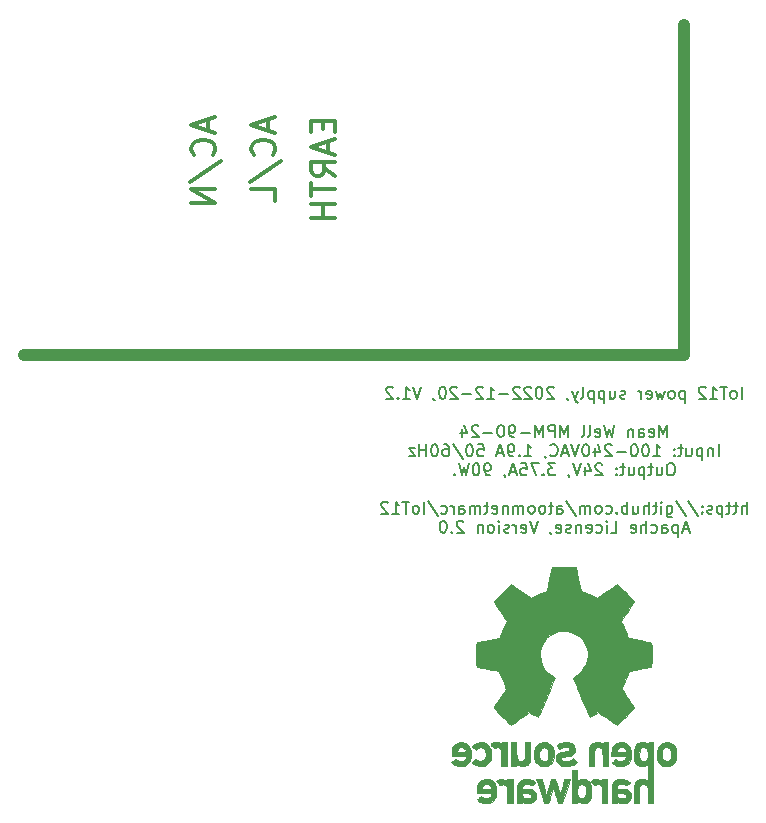
<source format=gbo>
G04 #@! TF.GenerationSoftware,KiCad,Pcbnew,7.0.2*
G04 #@! TF.CreationDate,2023-05-16T20:04:18+02:00*
G04 #@! TF.ProjectId,IoT12 Power Supply,496f5431-3220-4506-9f77-657220537570,V1.2*
G04 #@! TF.SameCoordinates,Original*
G04 #@! TF.FileFunction,Legend,Bot*
G04 #@! TF.FilePolarity,Positive*
%FSLAX46Y46*%
G04 Gerber Fmt 4.6, Leading zero omitted, Abs format (unit mm)*
G04 Created by KiCad (PCBNEW 7.0.2) date 2023-05-16 20:04:18*
%MOMM*%
%LPD*%
G01*
G04 APERTURE LIST*
G04 Aperture macros list*
%AMRoundRect*
0 Rectangle with rounded corners*
0 $1 Rounding radius*
0 $2 $3 $4 $5 $6 $7 $8 $9 X,Y pos of 4 corners*
0 Add a 4 corners polygon primitive as box body*
4,1,4,$2,$3,$4,$5,$6,$7,$8,$9,$2,$3,0*
0 Add four circle primitives for the rounded corners*
1,1,$1+$1,$2,$3*
1,1,$1+$1,$4,$5*
1,1,$1+$1,$6,$7*
1,1,$1+$1,$8,$9*
0 Add four rect primitives between the rounded corners*
20,1,$1+$1,$2,$3,$4,$5,0*
20,1,$1+$1,$4,$5,$6,$7,0*
20,1,$1+$1,$6,$7,$8,$9,0*
20,1,$1+$1,$8,$9,$2,$3,0*%
G04 Aperture macros list end*
%ADD10C,1.000000*%
%ADD11C,0.300000*%
%ADD12C,0.150000*%
%ADD13C,0.010000*%
%ADD14R,2.500000X2.500000*%
%ADD15O,2.500000X2.500000*%
%ADD16R,3.000000X3.000000*%
%ADD17C,3.000000*%
%ADD18RoundRect,0.250000X-0.600000X-0.725000X0.600000X-0.725000X0.600000X0.725000X-0.600000X0.725000X0*%
%ADD19O,1.700000X1.950000*%
%ADD20C,0.800000*%
%ADD21C,6.400000*%
%ADD22C,4.000000*%
%ADD23C,2.500000*%
%ADD24RoundRect,0.250000X-0.600000X-0.750000X0.600000X-0.750000X0.600000X0.750000X-0.600000X0.750000X0*%
%ADD25O,1.700000X2.000000*%
%ADD26C,1.800000*%
%ADD27C,1.700000*%
%ADD28C,1.600000*%
G04 APERTURE END LIST*
D10*
X162560000Y-53340000D02*
X162560000Y-81280000D01*
X106680000Y-81280000D02*
X162560000Y-81280000D01*
D11*
X131957619Y-61436190D02*
X131957619Y-62102857D01*
X133005238Y-62388571D02*
X133005238Y-61436190D01*
X133005238Y-61436190D02*
X131005238Y-61436190D01*
X131005238Y-61436190D02*
X131005238Y-62388571D01*
X132433809Y-63150476D02*
X132433809Y-64102857D01*
X133005238Y-62960000D02*
X131005238Y-63626666D01*
X131005238Y-63626666D02*
X133005238Y-64293333D01*
X133005238Y-66102857D02*
X132052857Y-65436190D01*
X133005238Y-64960000D02*
X131005238Y-64960000D01*
X131005238Y-64960000D02*
X131005238Y-65721905D01*
X131005238Y-65721905D02*
X131100476Y-65912381D01*
X131100476Y-65912381D02*
X131195714Y-66007619D01*
X131195714Y-66007619D02*
X131386190Y-66102857D01*
X131386190Y-66102857D02*
X131671904Y-66102857D01*
X131671904Y-66102857D02*
X131862380Y-66007619D01*
X131862380Y-66007619D02*
X131957619Y-65912381D01*
X131957619Y-65912381D02*
X132052857Y-65721905D01*
X132052857Y-65721905D02*
X132052857Y-64960000D01*
X131005238Y-66674286D02*
X131005238Y-67817143D01*
X133005238Y-67245714D02*
X131005238Y-67245714D01*
X133005238Y-68483810D02*
X131005238Y-68483810D01*
X131957619Y-68483810D02*
X131957619Y-69626667D01*
X133005238Y-69626667D02*
X131005238Y-69626667D01*
X122273809Y-61340952D02*
X122273809Y-62293333D01*
X122845238Y-61150476D02*
X120845238Y-61817142D01*
X120845238Y-61817142D02*
X122845238Y-62483809D01*
X122654761Y-64293333D02*
X122750000Y-64198095D01*
X122750000Y-64198095D02*
X122845238Y-63912381D01*
X122845238Y-63912381D02*
X122845238Y-63721905D01*
X122845238Y-63721905D02*
X122750000Y-63436190D01*
X122750000Y-63436190D02*
X122559523Y-63245714D01*
X122559523Y-63245714D02*
X122369047Y-63150476D01*
X122369047Y-63150476D02*
X121988095Y-63055238D01*
X121988095Y-63055238D02*
X121702380Y-63055238D01*
X121702380Y-63055238D02*
X121321428Y-63150476D01*
X121321428Y-63150476D02*
X121130952Y-63245714D01*
X121130952Y-63245714D02*
X120940476Y-63436190D01*
X120940476Y-63436190D02*
X120845238Y-63721905D01*
X120845238Y-63721905D02*
X120845238Y-63912381D01*
X120845238Y-63912381D02*
X120940476Y-64198095D01*
X120940476Y-64198095D02*
X121035714Y-64293333D01*
X120750000Y-66579047D02*
X123321428Y-64864762D01*
X122845238Y-67245714D02*
X120845238Y-67245714D01*
X120845238Y-67245714D02*
X122845238Y-68388571D01*
X122845238Y-68388571D02*
X120845238Y-68388571D01*
X127353809Y-61340952D02*
X127353809Y-62293333D01*
X127925238Y-61150476D02*
X125925238Y-61817142D01*
X125925238Y-61817142D02*
X127925238Y-62483809D01*
X127734761Y-64293333D02*
X127830000Y-64198095D01*
X127830000Y-64198095D02*
X127925238Y-63912381D01*
X127925238Y-63912381D02*
X127925238Y-63721905D01*
X127925238Y-63721905D02*
X127830000Y-63436190D01*
X127830000Y-63436190D02*
X127639523Y-63245714D01*
X127639523Y-63245714D02*
X127449047Y-63150476D01*
X127449047Y-63150476D02*
X127068095Y-63055238D01*
X127068095Y-63055238D02*
X126782380Y-63055238D01*
X126782380Y-63055238D02*
X126401428Y-63150476D01*
X126401428Y-63150476D02*
X126210952Y-63245714D01*
X126210952Y-63245714D02*
X126020476Y-63436190D01*
X126020476Y-63436190D02*
X125925238Y-63721905D01*
X125925238Y-63721905D02*
X125925238Y-63912381D01*
X125925238Y-63912381D02*
X126020476Y-64198095D01*
X126020476Y-64198095D02*
X126115714Y-64293333D01*
X125830000Y-66579047D02*
X128401428Y-64864762D01*
X127925238Y-68198095D02*
X127925238Y-67245714D01*
X127925238Y-67245714D02*
X125925238Y-67245714D01*
D12*
X167423809Y-84962619D02*
X167423809Y-83962619D01*
X166804762Y-84962619D02*
X166900000Y-84915000D01*
X166900000Y-84915000D02*
X166947619Y-84867380D01*
X166947619Y-84867380D02*
X166995238Y-84772142D01*
X166995238Y-84772142D02*
X166995238Y-84486428D01*
X166995238Y-84486428D02*
X166947619Y-84391190D01*
X166947619Y-84391190D02*
X166900000Y-84343571D01*
X166900000Y-84343571D02*
X166804762Y-84295952D01*
X166804762Y-84295952D02*
X166661905Y-84295952D01*
X166661905Y-84295952D02*
X166566667Y-84343571D01*
X166566667Y-84343571D02*
X166519048Y-84391190D01*
X166519048Y-84391190D02*
X166471429Y-84486428D01*
X166471429Y-84486428D02*
X166471429Y-84772142D01*
X166471429Y-84772142D02*
X166519048Y-84867380D01*
X166519048Y-84867380D02*
X166566667Y-84915000D01*
X166566667Y-84915000D02*
X166661905Y-84962619D01*
X166661905Y-84962619D02*
X166804762Y-84962619D01*
X166185714Y-83962619D02*
X165614286Y-83962619D01*
X165900000Y-84962619D02*
X165900000Y-83962619D01*
X164757143Y-84962619D02*
X165328571Y-84962619D01*
X165042857Y-84962619D02*
X165042857Y-83962619D01*
X165042857Y-83962619D02*
X165138095Y-84105476D01*
X165138095Y-84105476D02*
X165233333Y-84200714D01*
X165233333Y-84200714D02*
X165328571Y-84248333D01*
X164376190Y-84057857D02*
X164328571Y-84010238D01*
X164328571Y-84010238D02*
X164233333Y-83962619D01*
X164233333Y-83962619D02*
X163995238Y-83962619D01*
X163995238Y-83962619D02*
X163900000Y-84010238D01*
X163900000Y-84010238D02*
X163852381Y-84057857D01*
X163852381Y-84057857D02*
X163804762Y-84153095D01*
X163804762Y-84153095D02*
X163804762Y-84248333D01*
X163804762Y-84248333D02*
X163852381Y-84391190D01*
X163852381Y-84391190D02*
X164423809Y-84962619D01*
X164423809Y-84962619D02*
X163804762Y-84962619D01*
X162614285Y-84295952D02*
X162614285Y-85295952D01*
X162614285Y-84343571D02*
X162519047Y-84295952D01*
X162519047Y-84295952D02*
X162328571Y-84295952D01*
X162328571Y-84295952D02*
X162233333Y-84343571D01*
X162233333Y-84343571D02*
X162185714Y-84391190D01*
X162185714Y-84391190D02*
X162138095Y-84486428D01*
X162138095Y-84486428D02*
X162138095Y-84772142D01*
X162138095Y-84772142D02*
X162185714Y-84867380D01*
X162185714Y-84867380D02*
X162233333Y-84915000D01*
X162233333Y-84915000D02*
X162328571Y-84962619D01*
X162328571Y-84962619D02*
X162519047Y-84962619D01*
X162519047Y-84962619D02*
X162614285Y-84915000D01*
X161566666Y-84962619D02*
X161661904Y-84915000D01*
X161661904Y-84915000D02*
X161709523Y-84867380D01*
X161709523Y-84867380D02*
X161757142Y-84772142D01*
X161757142Y-84772142D02*
X161757142Y-84486428D01*
X161757142Y-84486428D02*
X161709523Y-84391190D01*
X161709523Y-84391190D02*
X161661904Y-84343571D01*
X161661904Y-84343571D02*
X161566666Y-84295952D01*
X161566666Y-84295952D02*
X161423809Y-84295952D01*
X161423809Y-84295952D02*
X161328571Y-84343571D01*
X161328571Y-84343571D02*
X161280952Y-84391190D01*
X161280952Y-84391190D02*
X161233333Y-84486428D01*
X161233333Y-84486428D02*
X161233333Y-84772142D01*
X161233333Y-84772142D02*
X161280952Y-84867380D01*
X161280952Y-84867380D02*
X161328571Y-84915000D01*
X161328571Y-84915000D02*
X161423809Y-84962619D01*
X161423809Y-84962619D02*
X161566666Y-84962619D01*
X160899999Y-84295952D02*
X160709523Y-84962619D01*
X160709523Y-84962619D02*
X160519047Y-84486428D01*
X160519047Y-84486428D02*
X160328571Y-84962619D01*
X160328571Y-84962619D02*
X160138095Y-84295952D01*
X159376190Y-84915000D02*
X159471428Y-84962619D01*
X159471428Y-84962619D02*
X159661904Y-84962619D01*
X159661904Y-84962619D02*
X159757142Y-84915000D01*
X159757142Y-84915000D02*
X159804761Y-84819761D01*
X159804761Y-84819761D02*
X159804761Y-84438809D01*
X159804761Y-84438809D02*
X159757142Y-84343571D01*
X159757142Y-84343571D02*
X159661904Y-84295952D01*
X159661904Y-84295952D02*
X159471428Y-84295952D01*
X159471428Y-84295952D02*
X159376190Y-84343571D01*
X159376190Y-84343571D02*
X159328571Y-84438809D01*
X159328571Y-84438809D02*
X159328571Y-84534047D01*
X159328571Y-84534047D02*
X159804761Y-84629285D01*
X158899999Y-84962619D02*
X158899999Y-84295952D01*
X158899999Y-84486428D02*
X158852380Y-84391190D01*
X158852380Y-84391190D02*
X158804761Y-84343571D01*
X158804761Y-84343571D02*
X158709523Y-84295952D01*
X158709523Y-84295952D02*
X158614285Y-84295952D01*
X157566665Y-84915000D02*
X157471427Y-84962619D01*
X157471427Y-84962619D02*
X157280951Y-84962619D01*
X157280951Y-84962619D02*
X157185713Y-84915000D01*
X157185713Y-84915000D02*
X157138094Y-84819761D01*
X157138094Y-84819761D02*
X157138094Y-84772142D01*
X157138094Y-84772142D02*
X157185713Y-84676904D01*
X157185713Y-84676904D02*
X157280951Y-84629285D01*
X157280951Y-84629285D02*
X157423808Y-84629285D01*
X157423808Y-84629285D02*
X157519046Y-84581666D01*
X157519046Y-84581666D02*
X157566665Y-84486428D01*
X157566665Y-84486428D02*
X157566665Y-84438809D01*
X157566665Y-84438809D02*
X157519046Y-84343571D01*
X157519046Y-84343571D02*
X157423808Y-84295952D01*
X157423808Y-84295952D02*
X157280951Y-84295952D01*
X157280951Y-84295952D02*
X157185713Y-84343571D01*
X156280951Y-84295952D02*
X156280951Y-84962619D01*
X156709522Y-84295952D02*
X156709522Y-84819761D01*
X156709522Y-84819761D02*
X156661903Y-84915000D01*
X156661903Y-84915000D02*
X156566665Y-84962619D01*
X156566665Y-84962619D02*
X156423808Y-84962619D01*
X156423808Y-84962619D02*
X156328570Y-84915000D01*
X156328570Y-84915000D02*
X156280951Y-84867380D01*
X155804760Y-84295952D02*
X155804760Y-85295952D01*
X155804760Y-84343571D02*
X155709522Y-84295952D01*
X155709522Y-84295952D02*
X155519046Y-84295952D01*
X155519046Y-84295952D02*
X155423808Y-84343571D01*
X155423808Y-84343571D02*
X155376189Y-84391190D01*
X155376189Y-84391190D02*
X155328570Y-84486428D01*
X155328570Y-84486428D02*
X155328570Y-84772142D01*
X155328570Y-84772142D02*
X155376189Y-84867380D01*
X155376189Y-84867380D02*
X155423808Y-84915000D01*
X155423808Y-84915000D02*
X155519046Y-84962619D01*
X155519046Y-84962619D02*
X155709522Y-84962619D01*
X155709522Y-84962619D02*
X155804760Y-84915000D01*
X154899998Y-84295952D02*
X154899998Y-85295952D01*
X154899998Y-84343571D02*
X154804760Y-84295952D01*
X154804760Y-84295952D02*
X154614284Y-84295952D01*
X154614284Y-84295952D02*
X154519046Y-84343571D01*
X154519046Y-84343571D02*
X154471427Y-84391190D01*
X154471427Y-84391190D02*
X154423808Y-84486428D01*
X154423808Y-84486428D02*
X154423808Y-84772142D01*
X154423808Y-84772142D02*
X154471427Y-84867380D01*
X154471427Y-84867380D02*
X154519046Y-84915000D01*
X154519046Y-84915000D02*
X154614284Y-84962619D01*
X154614284Y-84962619D02*
X154804760Y-84962619D01*
X154804760Y-84962619D02*
X154899998Y-84915000D01*
X153852379Y-84962619D02*
X153947617Y-84915000D01*
X153947617Y-84915000D02*
X153995236Y-84819761D01*
X153995236Y-84819761D02*
X153995236Y-83962619D01*
X153566664Y-84295952D02*
X153328569Y-84962619D01*
X153090474Y-84295952D02*
X153328569Y-84962619D01*
X153328569Y-84962619D02*
X153423807Y-85200714D01*
X153423807Y-85200714D02*
X153471426Y-85248333D01*
X153471426Y-85248333D02*
X153566664Y-85295952D01*
X152661902Y-84915000D02*
X152661902Y-84962619D01*
X152661902Y-84962619D02*
X152709521Y-85057857D01*
X152709521Y-85057857D02*
X152757140Y-85105476D01*
X151519045Y-84057857D02*
X151471426Y-84010238D01*
X151471426Y-84010238D02*
X151376188Y-83962619D01*
X151376188Y-83962619D02*
X151138093Y-83962619D01*
X151138093Y-83962619D02*
X151042855Y-84010238D01*
X151042855Y-84010238D02*
X150995236Y-84057857D01*
X150995236Y-84057857D02*
X150947617Y-84153095D01*
X150947617Y-84153095D02*
X150947617Y-84248333D01*
X150947617Y-84248333D02*
X150995236Y-84391190D01*
X150995236Y-84391190D02*
X151566664Y-84962619D01*
X151566664Y-84962619D02*
X150947617Y-84962619D01*
X150328569Y-83962619D02*
X150233331Y-83962619D01*
X150233331Y-83962619D02*
X150138093Y-84010238D01*
X150138093Y-84010238D02*
X150090474Y-84057857D01*
X150090474Y-84057857D02*
X150042855Y-84153095D01*
X150042855Y-84153095D02*
X149995236Y-84343571D01*
X149995236Y-84343571D02*
X149995236Y-84581666D01*
X149995236Y-84581666D02*
X150042855Y-84772142D01*
X150042855Y-84772142D02*
X150090474Y-84867380D01*
X150090474Y-84867380D02*
X150138093Y-84915000D01*
X150138093Y-84915000D02*
X150233331Y-84962619D01*
X150233331Y-84962619D02*
X150328569Y-84962619D01*
X150328569Y-84962619D02*
X150423807Y-84915000D01*
X150423807Y-84915000D02*
X150471426Y-84867380D01*
X150471426Y-84867380D02*
X150519045Y-84772142D01*
X150519045Y-84772142D02*
X150566664Y-84581666D01*
X150566664Y-84581666D02*
X150566664Y-84343571D01*
X150566664Y-84343571D02*
X150519045Y-84153095D01*
X150519045Y-84153095D02*
X150471426Y-84057857D01*
X150471426Y-84057857D02*
X150423807Y-84010238D01*
X150423807Y-84010238D02*
X150328569Y-83962619D01*
X149614283Y-84057857D02*
X149566664Y-84010238D01*
X149566664Y-84010238D02*
X149471426Y-83962619D01*
X149471426Y-83962619D02*
X149233331Y-83962619D01*
X149233331Y-83962619D02*
X149138093Y-84010238D01*
X149138093Y-84010238D02*
X149090474Y-84057857D01*
X149090474Y-84057857D02*
X149042855Y-84153095D01*
X149042855Y-84153095D02*
X149042855Y-84248333D01*
X149042855Y-84248333D02*
X149090474Y-84391190D01*
X149090474Y-84391190D02*
X149661902Y-84962619D01*
X149661902Y-84962619D02*
X149042855Y-84962619D01*
X148661902Y-84057857D02*
X148614283Y-84010238D01*
X148614283Y-84010238D02*
X148519045Y-83962619D01*
X148519045Y-83962619D02*
X148280950Y-83962619D01*
X148280950Y-83962619D02*
X148185712Y-84010238D01*
X148185712Y-84010238D02*
X148138093Y-84057857D01*
X148138093Y-84057857D02*
X148090474Y-84153095D01*
X148090474Y-84153095D02*
X148090474Y-84248333D01*
X148090474Y-84248333D02*
X148138093Y-84391190D01*
X148138093Y-84391190D02*
X148709521Y-84962619D01*
X148709521Y-84962619D02*
X148090474Y-84962619D01*
X147661902Y-84581666D02*
X146899998Y-84581666D01*
X145899998Y-84962619D02*
X146471426Y-84962619D01*
X146185712Y-84962619D02*
X146185712Y-83962619D01*
X146185712Y-83962619D02*
X146280950Y-84105476D01*
X146280950Y-84105476D02*
X146376188Y-84200714D01*
X146376188Y-84200714D02*
X146471426Y-84248333D01*
X145519045Y-84057857D02*
X145471426Y-84010238D01*
X145471426Y-84010238D02*
X145376188Y-83962619D01*
X145376188Y-83962619D02*
X145138093Y-83962619D01*
X145138093Y-83962619D02*
X145042855Y-84010238D01*
X145042855Y-84010238D02*
X144995236Y-84057857D01*
X144995236Y-84057857D02*
X144947617Y-84153095D01*
X144947617Y-84153095D02*
X144947617Y-84248333D01*
X144947617Y-84248333D02*
X144995236Y-84391190D01*
X144995236Y-84391190D02*
X145566664Y-84962619D01*
X145566664Y-84962619D02*
X144947617Y-84962619D01*
X144519045Y-84581666D02*
X143757141Y-84581666D01*
X143328569Y-84057857D02*
X143280950Y-84010238D01*
X143280950Y-84010238D02*
X143185712Y-83962619D01*
X143185712Y-83962619D02*
X142947617Y-83962619D01*
X142947617Y-83962619D02*
X142852379Y-84010238D01*
X142852379Y-84010238D02*
X142804760Y-84057857D01*
X142804760Y-84057857D02*
X142757141Y-84153095D01*
X142757141Y-84153095D02*
X142757141Y-84248333D01*
X142757141Y-84248333D02*
X142804760Y-84391190D01*
X142804760Y-84391190D02*
X143376188Y-84962619D01*
X143376188Y-84962619D02*
X142757141Y-84962619D01*
X142138093Y-83962619D02*
X142042855Y-83962619D01*
X142042855Y-83962619D02*
X141947617Y-84010238D01*
X141947617Y-84010238D02*
X141899998Y-84057857D01*
X141899998Y-84057857D02*
X141852379Y-84153095D01*
X141852379Y-84153095D02*
X141804760Y-84343571D01*
X141804760Y-84343571D02*
X141804760Y-84581666D01*
X141804760Y-84581666D02*
X141852379Y-84772142D01*
X141852379Y-84772142D02*
X141899998Y-84867380D01*
X141899998Y-84867380D02*
X141947617Y-84915000D01*
X141947617Y-84915000D02*
X142042855Y-84962619D01*
X142042855Y-84962619D02*
X142138093Y-84962619D01*
X142138093Y-84962619D02*
X142233331Y-84915000D01*
X142233331Y-84915000D02*
X142280950Y-84867380D01*
X142280950Y-84867380D02*
X142328569Y-84772142D01*
X142328569Y-84772142D02*
X142376188Y-84581666D01*
X142376188Y-84581666D02*
X142376188Y-84343571D01*
X142376188Y-84343571D02*
X142328569Y-84153095D01*
X142328569Y-84153095D02*
X142280950Y-84057857D01*
X142280950Y-84057857D02*
X142233331Y-84010238D01*
X142233331Y-84010238D02*
X142138093Y-83962619D01*
X141328569Y-84915000D02*
X141328569Y-84962619D01*
X141328569Y-84962619D02*
X141376188Y-85057857D01*
X141376188Y-85057857D02*
X141423807Y-85105476D01*
X140280950Y-83962619D02*
X139947617Y-84962619D01*
X139947617Y-84962619D02*
X139614284Y-83962619D01*
X138757141Y-84962619D02*
X139328569Y-84962619D01*
X139042855Y-84962619D02*
X139042855Y-83962619D01*
X139042855Y-83962619D02*
X139138093Y-84105476D01*
X139138093Y-84105476D02*
X139233331Y-84200714D01*
X139233331Y-84200714D02*
X139328569Y-84248333D01*
X138328569Y-84867380D02*
X138280950Y-84915000D01*
X138280950Y-84915000D02*
X138328569Y-84962619D01*
X138328569Y-84962619D02*
X138376188Y-84915000D01*
X138376188Y-84915000D02*
X138328569Y-84867380D01*
X138328569Y-84867380D02*
X138328569Y-84962619D01*
X137899998Y-84057857D02*
X137852379Y-84010238D01*
X137852379Y-84010238D02*
X137757141Y-83962619D01*
X137757141Y-83962619D02*
X137519046Y-83962619D01*
X137519046Y-83962619D02*
X137423808Y-84010238D01*
X137423808Y-84010238D02*
X137376189Y-84057857D01*
X137376189Y-84057857D02*
X137328570Y-84153095D01*
X137328570Y-84153095D02*
X137328570Y-84248333D01*
X137328570Y-84248333D02*
X137376189Y-84391190D01*
X137376189Y-84391190D02*
X137947617Y-84962619D01*
X137947617Y-84962619D02*
X137328570Y-84962619D01*
X161138095Y-88202619D02*
X161138095Y-87202619D01*
X161138095Y-87202619D02*
X160804762Y-87916904D01*
X160804762Y-87916904D02*
X160471429Y-87202619D01*
X160471429Y-87202619D02*
X160471429Y-88202619D01*
X159614286Y-88155000D02*
X159709524Y-88202619D01*
X159709524Y-88202619D02*
X159900000Y-88202619D01*
X159900000Y-88202619D02*
X159995238Y-88155000D01*
X159995238Y-88155000D02*
X160042857Y-88059761D01*
X160042857Y-88059761D02*
X160042857Y-87678809D01*
X160042857Y-87678809D02*
X159995238Y-87583571D01*
X159995238Y-87583571D02*
X159900000Y-87535952D01*
X159900000Y-87535952D02*
X159709524Y-87535952D01*
X159709524Y-87535952D02*
X159614286Y-87583571D01*
X159614286Y-87583571D02*
X159566667Y-87678809D01*
X159566667Y-87678809D02*
X159566667Y-87774047D01*
X159566667Y-87774047D02*
X160042857Y-87869285D01*
X158709524Y-88202619D02*
X158709524Y-87678809D01*
X158709524Y-87678809D02*
X158757143Y-87583571D01*
X158757143Y-87583571D02*
X158852381Y-87535952D01*
X158852381Y-87535952D02*
X159042857Y-87535952D01*
X159042857Y-87535952D02*
X159138095Y-87583571D01*
X158709524Y-88155000D02*
X158804762Y-88202619D01*
X158804762Y-88202619D02*
X159042857Y-88202619D01*
X159042857Y-88202619D02*
X159138095Y-88155000D01*
X159138095Y-88155000D02*
X159185714Y-88059761D01*
X159185714Y-88059761D02*
X159185714Y-87964523D01*
X159185714Y-87964523D02*
X159138095Y-87869285D01*
X159138095Y-87869285D02*
X159042857Y-87821666D01*
X159042857Y-87821666D02*
X158804762Y-87821666D01*
X158804762Y-87821666D02*
X158709524Y-87774047D01*
X158233333Y-87535952D02*
X158233333Y-88202619D01*
X158233333Y-87631190D02*
X158185714Y-87583571D01*
X158185714Y-87583571D02*
X158090476Y-87535952D01*
X158090476Y-87535952D02*
X157947619Y-87535952D01*
X157947619Y-87535952D02*
X157852381Y-87583571D01*
X157852381Y-87583571D02*
X157804762Y-87678809D01*
X157804762Y-87678809D02*
X157804762Y-88202619D01*
X156661904Y-87202619D02*
X156423809Y-88202619D01*
X156423809Y-88202619D02*
X156233333Y-87488333D01*
X156233333Y-87488333D02*
X156042857Y-88202619D01*
X156042857Y-88202619D02*
X155804762Y-87202619D01*
X155042857Y-88155000D02*
X155138095Y-88202619D01*
X155138095Y-88202619D02*
X155328571Y-88202619D01*
X155328571Y-88202619D02*
X155423809Y-88155000D01*
X155423809Y-88155000D02*
X155471428Y-88059761D01*
X155471428Y-88059761D02*
X155471428Y-87678809D01*
X155471428Y-87678809D02*
X155423809Y-87583571D01*
X155423809Y-87583571D02*
X155328571Y-87535952D01*
X155328571Y-87535952D02*
X155138095Y-87535952D01*
X155138095Y-87535952D02*
X155042857Y-87583571D01*
X155042857Y-87583571D02*
X154995238Y-87678809D01*
X154995238Y-87678809D02*
X154995238Y-87774047D01*
X154995238Y-87774047D02*
X155471428Y-87869285D01*
X154423809Y-88202619D02*
X154519047Y-88155000D01*
X154519047Y-88155000D02*
X154566666Y-88059761D01*
X154566666Y-88059761D02*
X154566666Y-87202619D01*
X153899999Y-88202619D02*
X153995237Y-88155000D01*
X153995237Y-88155000D02*
X154042856Y-88059761D01*
X154042856Y-88059761D02*
X154042856Y-87202619D01*
X152757141Y-88202619D02*
X152757141Y-87202619D01*
X152757141Y-87202619D02*
X152423808Y-87916904D01*
X152423808Y-87916904D02*
X152090475Y-87202619D01*
X152090475Y-87202619D02*
X152090475Y-88202619D01*
X151614284Y-88202619D02*
X151614284Y-87202619D01*
X151614284Y-87202619D02*
X151233332Y-87202619D01*
X151233332Y-87202619D02*
X151138094Y-87250238D01*
X151138094Y-87250238D02*
X151090475Y-87297857D01*
X151090475Y-87297857D02*
X151042856Y-87393095D01*
X151042856Y-87393095D02*
X151042856Y-87535952D01*
X151042856Y-87535952D02*
X151090475Y-87631190D01*
X151090475Y-87631190D02*
X151138094Y-87678809D01*
X151138094Y-87678809D02*
X151233332Y-87726428D01*
X151233332Y-87726428D02*
X151614284Y-87726428D01*
X150614284Y-88202619D02*
X150614284Y-87202619D01*
X150614284Y-87202619D02*
X150280951Y-87916904D01*
X150280951Y-87916904D02*
X149947618Y-87202619D01*
X149947618Y-87202619D02*
X149947618Y-88202619D01*
X149471427Y-87821666D02*
X148709523Y-87821666D01*
X148185713Y-88202619D02*
X147995237Y-88202619D01*
X147995237Y-88202619D02*
X147899999Y-88155000D01*
X147899999Y-88155000D02*
X147852380Y-88107380D01*
X147852380Y-88107380D02*
X147757142Y-87964523D01*
X147757142Y-87964523D02*
X147709523Y-87774047D01*
X147709523Y-87774047D02*
X147709523Y-87393095D01*
X147709523Y-87393095D02*
X147757142Y-87297857D01*
X147757142Y-87297857D02*
X147804761Y-87250238D01*
X147804761Y-87250238D02*
X147899999Y-87202619D01*
X147899999Y-87202619D02*
X148090475Y-87202619D01*
X148090475Y-87202619D02*
X148185713Y-87250238D01*
X148185713Y-87250238D02*
X148233332Y-87297857D01*
X148233332Y-87297857D02*
X148280951Y-87393095D01*
X148280951Y-87393095D02*
X148280951Y-87631190D01*
X148280951Y-87631190D02*
X148233332Y-87726428D01*
X148233332Y-87726428D02*
X148185713Y-87774047D01*
X148185713Y-87774047D02*
X148090475Y-87821666D01*
X148090475Y-87821666D02*
X147899999Y-87821666D01*
X147899999Y-87821666D02*
X147804761Y-87774047D01*
X147804761Y-87774047D02*
X147757142Y-87726428D01*
X147757142Y-87726428D02*
X147709523Y-87631190D01*
X147090475Y-87202619D02*
X146995237Y-87202619D01*
X146995237Y-87202619D02*
X146899999Y-87250238D01*
X146899999Y-87250238D02*
X146852380Y-87297857D01*
X146852380Y-87297857D02*
X146804761Y-87393095D01*
X146804761Y-87393095D02*
X146757142Y-87583571D01*
X146757142Y-87583571D02*
X146757142Y-87821666D01*
X146757142Y-87821666D02*
X146804761Y-88012142D01*
X146804761Y-88012142D02*
X146852380Y-88107380D01*
X146852380Y-88107380D02*
X146899999Y-88155000D01*
X146899999Y-88155000D02*
X146995237Y-88202619D01*
X146995237Y-88202619D02*
X147090475Y-88202619D01*
X147090475Y-88202619D02*
X147185713Y-88155000D01*
X147185713Y-88155000D02*
X147233332Y-88107380D01*
X147233332Y-88107380D02*
X147280951Y-88012142D01*
X147280951Y-88012142D02*
X147328570Y-87821666D01*
X147328570Y-87821666D02*
X147328570Y-87583571D01*
X147328570Y-87583571D02*
X147280951Y-87393095D01*
X147280951Y-87393095D02*
X147233332Y-87297857D01*
X147233332Y-87297857D02*
X147185713Y-87250238D01*
X147185713Y-87250238D02*
X147090475Y-87202619D01*
X146328570Y-87821666D02*
X145566666Y-87821666D01*
X145138094Y-87297857D02*
X145090475Y-87250238D01*
X145090475Y-87250238D02*
X144995237Y-87202619D01*
X144995237Y-87202619D02*
X144757142Y-87202619D01*
X144757142Y-87202619D02*
X144661904Y-87250238D01*
X144661904Y-87250238D02*
X144614285Y-87297857D01*
X144614285Y-87297857D02*
X144566666Y-87393095D01*
X144566666Y-87393095D02*
X144566666Y-87488333D01*
X144566666Y-87488333D02*
X144614285Y-87631190D01*
X144614285Y-87631190D02*
X145185713Y-88202619D01*
X145185713Y-88202619D02*
X144566666Y-88202619D01*
X143709523Y-87535952D02*
X143709523Y-88202619D01*
X143947618Y-87155000D02*
X144185713Y-87869285D01*
X144185713Y-87869285D02*
X143566666Y-87869285D01*
X165471428Y-89822619D02*
X165471428Y-88822619D01*
X164995238Y-89155952D02*
X164995238Y-89822619D01*
X164995238Y-89251190D02*
X164947619Y-89203571D01*
X164947619Y-89203571D02*
X164852381Y-89155952D01*
X164852381Y-89155952D02*
X164709524Y-89155952D01*
X164709524Y-89155952D02*
X164614286Y-89203571D01*
X164614286Y-89203571D02*
X164566667Y-89298809D01*
X164566667Y-89298809D02*
X164566667Y-89822619D01*
X164090476Y-89155952D02*
X164090476Y-90155952D01*
X164090476Y-89203571D02*
X163995238Y-89155952D01*
X163995238Y-89155952D02*
X163804762Y-89155952D01*
X163804762Y-89155952D02*
X163709524Y-89203571D01*
X163709524Y-89203571D02*
X163661905Y-89251190D01*
X163661905Y-89251190D02*
X163614286Y-89346428D01*
X163614286Y-89346428D02*
X163614286Y-89632142D01*
X163614286Y-89632142D02*
X163661905Y-89727380D01*
X163661905Y-89727380D02*
X163709524Y-89775000D01*
X163709524Y-89775000D02*
X163804762Y-89822619D01*
X163804762Y-89822619D02*
X163995238Y-89822619D01*
X163995238Y-89822619D02*
X164090476Y-89775000D01*
X162757143Y-89155952D02*
X162757143Y-89822619D01*
X163185714Y-89155952D02*
X163185714Y-89679761D01*
X163185714Y-89679761D02*
X163138095Y-89775000D01*
X163138095Y-89775000D02*
X163042857Y-89822619D01*
X163042857Y-89822619D02*
X162900000Y-89822619D01*
X162900000Y-89822619D02*
X162804762Y-89775000D01*
X162804762Y-89775000D02*
X162757143Y-89727380D01*
X162423809Y-89155952D02*
X162042857Y-89155952D01*
X162280952Y-88822619D02*
X162280952Y-89679761D01*
X162280952Y-89679761D02*
X162233333Y-89775000D01*
X162233333Y-89775000D02*
X162138095Y-89822619D01*
X162138095Y-89822619D02*
X162042857Y-89822619D01*
X161709523Y-89727380D02*
X161661904Y-89775000D01*
X161661904Y-89775000D02*
X161709523Y-89822619D01*
X161709523Y-89822619D02*
X161757142Y-89775000D01*
X161757142Y-89775000D02*
X161709523Y-89727380D01*
X161709523Y-89727380D02*
X161709523Y-89822619D01*
X161709523Y-89203571D02*
X161661904Y-89251190D01*
X161661904Y-89251190D02*
X161709523Y-89298809D01*
X161709523Y-89298809D02*
X161757142Y-89251190D01*
X161757142Y-89251190D02*
X161709523Y-89203571D01*
X161709523Y-89203571D02*
X161709523Y-89298809D01*
X159947619Y-89822619D02*
X160519047Y-89822619D01*
X160233333Y-89822619D02*
X160233333Y-88822619D01*
X160233333Y-88822619D02*
X160328571Y-88965476D01*
X160328571Y-88965476D02*
X160423809Y-89060714D01*
X160423809Y-89060714D02*
X160519047Y-89108333D01*
X159328571Y-88822619D02*
X159233333Y-88822619D01*
X159233333Y-88822619D02*
X159138095Y-88870238D01*
X159138095Y-88870238D02*
X159090476Y-88917857D01*
X159090476Y-88917857D02*
X159042857Y-89013095D01*
X159042857Y-89013095D02*
X158995238Y-89203571D01*
X158995238Y-89203571D02*
X158995238Y-89441666D01*
X158995238Y-89441666D02*
X159042857Y-89632142D01*
X159042857Y-89632142D02*
X159090476Y-89727380D01*
X159090476Y-89727380D02*
X159138095Y-89775000D01*
X159138095Y-89775000D02*
X159233333Y-89822619D01*
X159233333Y-89822619D02*
X159328571Y-89822619D01*
X159328571Y-89822619D02*
X159423809Y-89775000D01*
X159423809Y-89775000D02*
X159471428Y-89727380D01*
X159471428Y-89727380D02*
X159519047Y-89632142D01*
X159519047Y-89632142D02*
X159566666Y-89441666D01*
X159566666Y-89441666D02*
X159566666Y-89203571D01*
X159566666Y-89203571D02*
X159519047Y-89013095D01*
X159519047Y-89013095D02*
X159471428Y-88917857D01*
X159471428Y-88917857D02*
X159423809Y-88870238D01*
X159423809Y-88870238D02*
X159328571Y-88822619D01*
X158376190Y-88822619D02*
X158280952Y-88822619D01*
X158280952Y-88822619D02*
X158185714Y-88870238D01*
X158185714Y-88870238D02*
X158138095Y-88917857D01*
X158138095Y-88917857D02*
X158090476Y-89013095D01*
X158090476Y-89013095D02*
X158042857Y-89203571D01*
X158042857Y-89203571D02*
X158042857Y-89441666D01*
X158042857Y-89441666D02*
X158090476Y-89632142D01*
X158090476Y-89632142D02*
X158138095Y-89727380D01*
X158138095Y-89727380D02*
X158185714Y-89775000D01*
X158185714Y-89775000D02*
X158280952Y-89822619D01*
X158280952Y-89822619D02*
X158376190Y-89822619D01*
X158376190Y-89822619D02*
X158471428Y-89775000D01*
X158471428Y-89775000D02*
X158519047Y-89727380D01*
X158519047Y-89727380D02*
X158566666Y-89632142D01*
X158566666Y-89632142D02*
X158614285Y-89441666D01*
X158614285Y-89441666D02*
X158614285Y-89203571D01*
X158614285Y-89203571D02*
X158566666Y-89013095D01*
X158566666Y-89013095D02*
X158519047Y-88917857D01*
X158519047Y-88917857D02*
X158471428Y-88870238D01*
X158471428Y-88870238D02*
X158376190Y-88822619D01*
X157614285Y-89441666D02*
X156852381Y-89441666D01*
X156423809Y-88917857D02*
X156376190Y-88870238D01*
X156376190Y-88870238D02*
X156280952Y-88822619D01*
X156280952Y-88822619D02*
X156042857Y-88822619D01*
X156042857Y-88822619D02*
X155947619Y-88870238D01*
X155947619Y-88870238D02*
X155900000Y-88917857D01*
X155900000Y-88917857D02*
X155852381Y-89013095D01*
X155852381Y-89013095D02*
X155852381Y-89108333D01*
X155852381Y-89108333D02*
X155900000Y-89251190D01*
X155900000Y-89251190D02*
X156471428Y-89822619D01*
X156471428Y-89822619D02*
X155852381Y-89822619D01*
X154995238Y-89155952D02*
X154995238Y-89822619D01*
X155233333Y-88775000D02*
X155471428Y-89489285D01*
X155471428Y-89489285D02*
X154852381Y-89489285D01*
X154280952Y-88822619D02*
X154185714Y-88822619D01*
X154185714Y-88822619D02*
X154090476Y-88870238D01*
X154090476Y-88870238D02*
X154042857Y-88917857D01*
X154042857Y-88917857D02*
X153995238Y-89013095D01*
X153995238Y-89013095D02*
X153947619Y-89203571D01*
X153947619Y-89203571D02*
X153947619Y-89441666D01*
X153947619Y-89441666D02*
X153995238Y-89632142D01*
X153995238Y-89632142D02*
X154042857Y-89727380D01*
X154042857Y-89727380D02*
X154090476Y-89775000D01*
X154090476Y-89775000D02*
X154185714Y-89822619D01*
X154185714Y-89822619D02*
X154280952Y-89822619D01*
X154280952Y-89822619D02*
X154376190Y-89775000D01*
X154376190Y-89775000D02*
X154423809Y-89727380D01*
X154423809Y-89727380D02*
X154471428Y-89632142D01*
X154471428Y-89632142D02*
X154519047Y-89441666D01*
X154519047Y-89441666D02*
X154519047Y-89203571D01*
X154519047Y-89203571D02*
X154471428Y-89013095D01*
X154471428Y-89013095D02*
X154423809Y-88917857D01*
X154423809Y-88917857D02*
X154376190Y-88870238D01*
X154376190Y-88870238D02*
X154280952Y-88822619D01*
X153661904Y-88822619D02*
X153328571Y-89822619D01*
X153328571Y-89822619D02*
X152995238Y-88822619D01*
X152709523Y-89536904D02*
X152233333Y-89536904D01*
X152804761Y-89822619D02*
X152471428Y-88822619D01*
X152471428Y-88822619D02*
X152138095Y-89822619D01*
X151233333Y-89727380D02*
X151280952Y-89775000D01*
X151280952Y-89775000D02*
X151423809Y-89822619D01*
X151423809Y-89822619D02*
X151519047Y-89822619D01*
X151519047Y-89822619D02*
X151661904Y-89775000D01*
X151661904Y-89775000D02*
X151757142Y-89679761D01*
X151757142Y-89679761D02*
X151804761Y-89584523D01*
X151804761Y-89584523D02*
X151852380Y-89394047D01*
X151852380Y-89394047D02*
X151852380Y-89251190D01*
X151852380Y-89251190D02*
X151804761Y-89060714D01*
X151804761Y-89060714D02*
X151757142Y-88965476D01*
X151757142Y-88965476D02*
X151661904Y-88870238D01*
X151661904Y-88870238D02*
X151519047Y-88822619D01*
X151519047Y-88822619D02*
X151423809Y-88822619D01*
X151423809Y-88822619D02*
X151280952Y-88870238D01*
X151280952Y-88870238D02*
X151233333Y-88917857D01*
X150757142Y-89775000D02*
X150757142Y-89822619D01*
X150757142Y-89822619D02*
X150804761Y-89917857D01*
X150804761Y-89917857D02*
X150852380Y-89965476D01*
X149042857Y-89822619D02*
X149614285Y-89822619D01*
X149328571Y-89822619D02*
X149328571Y-88822619D01*
X149328571Y-88822619D02*
X149423809Y-88965476D01*
X149423809Y-88965476D02*
X149519047Y-89060714D01*
X149519047Y-89060714D02*
X149614285Y-89108333D01*
X148614285Y-89727380D02*
X148566666Y-89775000D01*
X148566666Y-89775000D02*
X148614285Y-89822619D01*
X148614285Y-89822619D02*
X148661904Y-89775000D01*
X148661904Y-89775000D02*
X148614285Y-89727380D01*
X148614285Y-89727380D02*
X148614285Y-89822619D01*
X148090476Y-89822619D02*
X147900000Y-89822619D01*
X147900000Y-89822619D02*
X147804762Y-89775000D01*
X147804762Y-89775000D02*
X147757143Y-89727380D01*
X147757143Y-89727380D02*
X147661905Y-89584523D01*
X147661905Y-89584523D02*
X147614286Y-89394047D01*
X147614286Y-89394047D02*
X147614286Y-89013095D01*
X147614286Y-89013095D02*
X147661905Y-88917857D01*
X147661905Y-88917857D02*
X147709524Y-88870238D01*
X147709524Y-88870238D02*
X147804762Y-88822619D01*
X147804762Y-88822619D02*
X147995238Y-88822619D01*
X147995238Y-88822619D02*
X148090476Y-88870238D01*
X148090476Y-88870238D02*
X148138095Y-88917857D01*
X148138095Y-88917857D02*
X148185714Y-89013095D01*
X148185714Y-89013095D02*
X148185714Y-89251190D01*
X148185714Y-89251190D02*
X148138095Y-89346428D01*
X148138095Y-89346428D02*
X148090476Y-89394047D01*
X148090476Y-89394047D02*
X147995238Y-89441666D01*
X147995238Y-89441666D02*
X147804762Y-89441666D01*
X147804762Y-89441666D02*
X147709524Y-89394047D01*
X147709524Y-89394047D02*
X147661905Y-89346428D01*
X147661905Y-89346428D02*
X147614286Y-89251190D01*
X147233333Y-89536904D02*
X146757143Y-89536904D01*
X147328571Y-89822619D02*
X146995238Y-88822619D01*
X146995238Y-88822619D02*
X146661905Y-89822619D01*
X145090476Y-88822619D02*
X145566666Y-88822619D01*
X145566666Y-88822619D02*
X145614285Y-89298809D01*
X145614285Y-89298809D02*
X145566666Y-89251190D01*
X145566666Y-89251190D02*
X145471428Y-89203571D01*
X145471428Y-89203571D02*
X145233333Y-89203571D01*
X145233333Y-89203571D02*
X145138095Y-89251190D01*
X145138095Y-89251190D02*
X145090476Y-89298809D01*
X145090476Y-89298809D02*
X145042857Y-89394047D01*
X145042857Y-89394047D02*
X145042857Y-89632142D01*
X145042857Y-89632142D02*
X145090476Y-89727380D01*
X145090476Y-89727380D02*
X145138095Y-89775000D01*
X145138095Y-89775000D02*
X145233333Y-89822619D01*
X145233333Y-89822619D02*
X145471428Y-89822619D01*
X145471428Y-89822619D02*
X145566666Y-89775000D01*
X145566666Y-89775000D02*
X145614285Y-89727380D01*
X144423809Y-88822619D02*
X144328571Y-88822619D01*
X144328571Y-88822619D02*
X144233333Y-88870238D01*
X144233333Y-88870238D02*
X144185714Y-88917857D01*
X144185714Y-88917857D02*
X144138095Y-89013095D01*
X144138095Y-89013095D02*
X144090476Y-89203571D01*
X144090476Y-89203571D02*
X144090476Y-89441666D01*
X144090476Y-89441666D02*
X144138095Y-89632142D01*
X144138095Y-89632142D02*
X144185714Y-89727380D01*
X144185714Y-89727380D02*
X144233333Y-89775000D01*
X144233333Y-89775000D02*
X144328571Y-89822619D01*
X144328571Y-89822619D02*
X144423809Y-89822619D01*
X144423809Y-89822619D02*
X144519047Y-89775000D01*
X144519047Y-89775000D02*
X144566666Y-89727380D01*
X144566666Y-89727380D02*
X144614285Y-89632142D01*
X144614285Y-89632142D02*
X144661904Y-89441666D01*
X144661904Y-89441666D02*
X144661904Y-89203571D01*
X144661904Y-89203571D02*
X144614285Y-89013095D01*
X144614285Y-89013095D02*
X144566666Y-88917857D01*
X144566666Y-88917857D02*
X144519047Y-88870238D01*
X144519047Y-88870238D02*
X144423809Y-88822619D01*
X142947619Y-88775000D02*
X143804761Y-90060714D01*
X142185714Y-88822619D02*
X142376190Y-88822619D01*
X142376190Y-88822619D02*
X142471428Y-88870238D01*
X142471428Y-88870238D02*
X142519047Y-88917857D01*
X142519047Y-88917857D02*
X142614285Y-89060714D01*
X142614285Y-89060714D02*
X142661904Y-89251190D01*
X142661904Y-89251190D02*
X142661904Y-89632142D01*
X142661904Y-89632142D02*
X142614285Y-89727380D01*
X142614285Y-89727380D02*
X142566666Y-89775000D01*
X142566666Y-89775000D02*
X142471428Y-89822619D01*
X142471428Y-89822619D02*
X142280952Y-89822619D01*
X142280952Y-89822619D02*
X142185714Y-89775000D01*
X142185714Y-89775000D02*
X142138095Y-89727380D01*
X142138095Y-89727380D02*
X142090476Y-89632142D01*
X142090476Y-89632142D02*
X142090476Y-89394047D01*
X142090476Y-89394047D02*
X142138095Y-89298809D01*
X142138095Y-89298809D02*
X142185714Y-89251190D01*
X142185714Y-89251190D02*
X142280952Y-89203571D01*
X142280952Y-89203571D02*
X142471428Y-89203571D01*
X142471428Y-89203571D02*
X142566666Y-89251190D01*
X142566666Y-89251190D02*
X142614285Y-89298809D01*
X142614285Y-89298809D02*
X142661904Y-89394047D01*
X141471428Y-88822619D02*
X141376190Y-88822619D01*
X141376190Y-88822619D02*
X141280952Y-88870238D01*
X141280952Y-88870238D02*
X141233333Y-88917857D01*
X141233333Y-88917857D02*
X141185714Y-89013095D01*
X141185714Y-89013095D02*
X141138095Y-89203571D01*
X141138095Y-89203571D02*
X141138095Y-89441666D01*
X141138095Y-89441666D02*
X141185714Y-89632142D01*
X141185714Y-89632142D02*
X141233333Y-89727380D01*
X141233333Y-89727380D02*
X141280952Y-89775000D01*
X141280952Y-89775000D02*
X141376190Y-89822619D01*
X141376190Y-89822619D02*
X141471428Y-89822619D01*
X141471428Y-89822619D02*
X141566666Y-89775000D01*
X141566666Y-89775000D02*
X141614285Y-89727380D01*
X141614285Y-89727380D02*
X141661904Y-89632142D01*
X141661904Y-89632142D02*
X141709523Y-89441666D01*
X141709523Y-89441666D02*
X141709523Y-89203571D01*
X141709523Y-89203571D02*
X141661904Y-89013095D01*
X141661904Y-89013095D02*
X141614285Y-88917857D01*
X141614285Y-88917857D02*
X141566666Y-88870238D01*
X141566666Y-88870238D02*
X141471428Y-88822619D01*
X140709523Y-89822619D02*
X140709523Y-88822619D01*
X140709523Y-89298809D02*
X140138095Y-89298809D01*
X140138095Y-89822619D02*
X140138095Y-88822619D01*
X139757142Y-89155952D02*
X139233333Y-89155952D01*
X139233333Y-89155952D02*
X139757142Y-89822619D01*
X139757142Y-89822619D02*
X139233333Y-89822619D01*
X161519047Y-90442619D02*
X161328571Y-90442619D01*
X161328571Y-90442619D02*
X161233333Y-90490238D01*
X161233333Y-90490238D02*
X161138095Y-90585476D01*
X161138095Y-90585476D02*
X161090476Y-90775952D01*
X161090476Y-90775952D02*
X161090476Y-91109285D01*
X161090476Y-91109285D02*
X161138095Y-91299761D01*
X161138095Y-91299761D02*
X161233333Y-91395000D01*
X161233333Y-91395000D02*
X161328571Y-91442619D01*
X161328571Y-91442619D02*
X161519047Y-91442619D01*
X161519047Y-91442619D02*
X161614285Y-91395000D01*
X161614285Y-91395000D02*
X161709523Y-91299761D01*
X161709523Y-91299761D02*
X161757142Y-91109285D01*
X161757142Y-91109285D02*
X161757142Y-90775952D01*
X161757142Y-90775952D02*
X161709523Y-90585476D01*
X161709523Y-90585476D02*
X161614285Y-90490238D01*
X161614285Y-90490238D02*
X161519047Y-90442619D01*
X160233333Y-90775952D02*
X160233333Y-91442619D01*
X160661904Y-90775952D02*
X160661904Y-91299761D01*
X160661904Y-91299761D02*
X160614285Y-91395000D01*
X160614285Y-91395000D02*
X160519047Y-91442619D01*
X160519047Y-91442619D02*
X160376190Y-91442619D01*
X160376190Y-91442619D02*
X160280952Y-91395000D01*
X160280952Y-91395000D02*
X160233333Y-91347380D01*
X159899999Y-90775952D02*
X159519047Y-90775952D01*
X159757142Y-90442619D02*
X159757142Y-91299761D01*
X159757142Y-91299761D02*
X159709523Y-91395000D01*
X159709523Y-91395000D02*
X159614285Y-91442619D01*
X159614285Y-91442619D02*
X159519047Y-91442619D01*
X159185713Y-90775952D02*
X159185713Y-91775952D01*
X159185713Y-90823571D02*
X159090475Y-90775952D01*
X159090475Y-90775952D02*
X158899999Y-90775952D01*
X158899999Y-90775952D02*
X158804761Y-90823571D01*
X158804761Y-90823571D02*
X158757142Y-90871190D01*
X158757142Y-90871190D02*
X158709523Y-90966428D01*
X158709523Y-90966428D02*
X158709523Y-91252142D01*
X158709523Y-91252142D02*
X158757142Y-91347380D01*
X158757142Y-91347380D02*
X158804761Y-91395000D01*
X158804761Y-91395000D02*
X158899999Y-91442619D01*
X158899999Y-91442619D02*
X159090475Y-91442619D01*
X159090475Y-91442619D02*
X159185713Y-91395000D01*
X157852380Y-90775952D02*
X157852380Y-91442619D01*
X158280951Y-90775952D02*
X158280951Y-91299761D01*
X158280951Y-91299761D02*
X158233332Y-91395000D01*
X158233332Y-91395000D02*
X158138094Y-91442619D01*
X158138094Y-91442619D02*
X157995237Y-91442619D01*
X157995237Y-91442619D02*
X157899999Y-91395000D01*
X157899999Y-91395000D02*
X157852380Y-91347380D01*
X157519046Y-90775952D02*
X157138094Y-90775952D01*
X157376189Y-90442619D02*
X157376189Y-91299761D01*
X157376189Y-91299761D02*
X157328570Y-91395000D01*
X157328570Y-91395000D02*
X157233332Y-91442619D01*
X157233332Y-91442619D02*
X157138094Y-91442619D01*
X156804760Y-91347380D02*
X156757141Y-91395000D01*
X156757141Y-91395000D02*
X156804760Y-91442619D01*
X156804760Y-91442619D02*
X156852379Y-91395000D01*
X156852379Y-91395000D02*
X156804760Y-91347380D01*
X156804760Y-91347380D02*
X156804760Y-91442619D01*
X156804760Y-90823571D02*
X156757141Y-90871190D01*
X156757141Y-90871190D02*
X156804760Y-90918809D01*
X156804760Y-90918809D02*
X156852379Y-90871190D01*
X156852379Y-90871190D02*
X156804760Y-90823571D01*
X156804760Y-90823571D02*
X156804760Y-90918809D01*
X155614284Y-90537857D02*
X155566665Y-90490238D01*
X155566665Y-90490238D02*
X155471427Y-90442619D01*
X155471427Y-90442619D02*
X155233332Y-90442619D01*
X155233332Y-90442619D02*
X155138094Y-90490238D01*
X155138094Y-90490238D02*
X155090475Y-90537857D01*
X155090475Y-90537857D02*
X155042856Y-90633095D01*
X155042856Y-90633095D02*
X155042856Y-90728333D01*
X155042856Y-90728333D02*
X155090475Y-90871190D01*
X155090475Y-90871190D02*
X155661903Y-91442619D01*
X155661903Y-91442619D02*
X155042856Y-91442619D01*
X154185713Y-90775952D02*
X154185713Y-91442619D01*
X154423808Y-90395000D02*
X154661903Y-91109285D01*
X154661903Y-91109285D02*
X154042856Y-91109285D01*
X153804760Y-90442619D02*
X153471427Y-91442619D01*
X153471427Y-91442619D02*
X153138094Y-90442619D01*
X152757141Y-91395000D02*
X152757141Y-91442619D01*
X152757141Y-91442619D02*
X152804760Y-91537857D01*
X152804760Y-91537857D02*
X152852379Y-91585476D01*
X151661903Y-90442619D02*
X151042856Y-90442619D01*
X151042856Y-90442619D02*
X151376189Y-90823571D01*
X151376189Y-90823571D02*
X151233332Y-90823571D01*
X151233332Y-90823571D02*
X151138094Y-90871190D01*
X151138094Y-90871190D02*
X151090475Y-90918809D01*
X151090475Y-90918809D02*
X151042856Y-91014047D01*
X151042856Y-91014047D02*
X151042856Y-91252142D01*
X151042856Y-91252142D02*
X151090475Y-91347380D01*
X151090475Y-91347380D02*
X151138094Y-91395000D01*
X151138094Y-91395000D02*
X151233332Y-91442619D01*
X151233332Y-91442619D02*
X151519046Y-91442619D01*
X151519046Y-91442619D02*
X151614284Y-91395000D01*
X151614284Y-91395000D02*
X151661903Y-91347380D01*
X150614284Y-91347380D02*
X150566665Y-91395000D01*
X150566665Y-91395000D02*
X150614284Y-91442619D01*
X150614284Y-91442619D02*
X150661903Y-91395000D01*
X150661903Y-91395000D02*
X150614284Y-91347380D01*
X150614284Y-91347380D02*
X150614284Y-91442619D01*
X150233332Y-90442619D02*
X149566666Y-90442619D01*
X149566666Y-90442619D02*
X149995237Y-91442619D01*
X148709523Y-90442619D02*
X149185713Y-90442619D01*
X149185713Y-90442619D02*
X149233332Y-90918809D01*
X149233332Y-90918809D02*
X149185713Y-90871190D01*
X149185713Y-90871190D02*
X149090475Y-90823571D01*
X149090475Y-90823571D02*
X148852380Y-90823571D01*
X148852380Y-90823571D02*
X148757142Y-90871190D01*
X148757142Y-90871190D02*
X148709523Y-90918809D01*
X148709523Y-90918809D02*
X148661904Y-91014047D01*
X148661904Y-91014047D02*
X148661904Y-91252142D01*
X148661904Y-91252142D02*
X148709523Y-91347380D01*
X148709523Y-91347380D02*
X148757142Y-91395000D01*
X148757142Y-91395000D02*
X148852380Y-91442619D01*
X148852380Y-91442619D02*
X149090475Y-91442619D01*
X149090475Y-91442619D02*
X149185713Y-91395000D01*
X149185713Y-91395000D02*
X149233332Y-91347380D01*
X148280951Y-91156904D02*
X147804761Y-91156904D01*
X148376189Y-91442619D02*
X148042856Y-90442619D01*
X148042856Y-90442619D02*
X147709523Y-91442619D01*
X147328570Y-91395000D02*
X147328570Y-91442619D01*
X147328570Y-91442619D02*
X147376189Y-91537857D01*
X147376189Y-91537857D02*
X147423808Y-91585476D01*
X146090475Y-91442619D02*
X145899999Y-91442619D01*
X145899999Y-91442619D02*
X145804761Y-91395000D01*
X145804761Y-91395000D02*
X145757142Y-91347380D01*
X145757142Y-91347380D02*
X145661904Y-91204523D01*
X145661904Y-91204523D02*
X145614285Y-91014047D01*
X145614285Y-91014047D02*
X145614285Y-90633095D01*
X145614285Y-90633095D02*
X145661904Y-90537857D01*
X145661904Y-90537857D02*
X145709523Y-90490238D01*
X145709523Y-90490238D02*
X145804761Y-90442619D01*
X145804761Y-90442619D02*
X145995237Y-90442619D01*
X145995237Y-90442619D02*
X146090475Y-90490238D01*
X146090475Y-90490238D02*
X146138094Y-90537857D01*
X146138094Y-90537857D02*
X146185713Y-90633095D01*
X146185713Y-90633095D02*
X146185713Y-90871190D01*
X146185713Y-90871190D02*
X146138094Y-90966428D01*
X146138094Y-90966428D02*
X146090475Y-91014047D01*
X146090475Y-91014047D02*
X145995237Y-91061666D01*
X145995237Y-91061666D02*
X145804761Y-91061666D01*
X145804761Y-91061666D02*
X145709523Y-91014047D01*
X145709523Y-91014047D02*
X145661904Y-90966428D01*
X145661904Y-90966428D02*
X145614285Y-90871190D01*
X144995237Y-90442619D02*
X144899999Y-90442619D01*
X144899999Y-90442619D02*
X144804761Y-90490238D01*
X144804761Y-90490238D02*
X144757142Y-90537857D01*
X144757142Y-90537857D02*
X144709523Y-90633095D01*
X144709523Y-90633095D02*
X144661904Y-90823571D01*
X144661904Y-90823571D02*
X144661904Y-91061666D01*
X144661904Y-91061666D02*
X144709523Y-91252142D01*
X144709523Y-91252142D02*
X144757142Y-91347380D01*
X144757142Y-91347380D02*
X144804761Y-91395000D01*
X144804761Y-91395000D02*
X144899999Y-91442619D01*
X144899999Y-91442619D02*
X144995237Y-91442619D01*
X144995237Y-91442619D02*
X145090475Y-91395000D01*
X145090475Y-91395000D02*
X145138094Y-91347380D01*
X145138094Y-91347380D02*
X145185713Y-91252142D01*
X145185713Y-91252142D02*
X145233332Y-91061666D01*
X145233332Y-91061666D02*
X145233332Y-90823571D01*
X145233332Y-90823571D02*
X145185713Y-90633095D01*
X145185713Y-90633095D02*
X145138094Y-90537857D01*
X145138094Y-90537857D02*
X145090475Y-90490238D01*
X145090475Y-90490238D02*
X144995237Y-90442619D01*
X144328570Y-90442619D02*
X144090475Y-91442619D01*
X144090475Y-91442619D02*
X143899999Y-90728333D01*
X143899999Y-90728333D02*
X143709523Y-91442619D01*
X143709523Y-91442619D02*
X143471428Y-90442619D01*
X143090475Y-91347380D02*
X143042856Y-91395000D01*
X143042856Y-91395000D02*
X143090475Y-91442619D01*
X143090475Y-91442619D02*
X143138094Y-91395000D01*
X143138094Y-91395000D02*
X143090475Y-91347380D01*
X143090475Y-91347380D02*
X143090475Y-91442619D01*
X167852381Y-94682619D02*
X167852381Y-93682619D01*
X167423810Y-94682619D02*
X167423810Y-94158809D01*
X167423810Y-94158809D02*
X167471429Y-94063571D01*
X167471429Y-94063571D02*
X167566667Y-94015952D01*
X167566667Y-94015952D02*
X167709524Y-94015952D01*
X167709524Y-94015952D02*
X167804762Y-94063571D01*
X167804762Y-94063571D02*
X167852381Y-94111190D01*
X167090476Y-94015952D02*
X166709524Y-94015952D01*
X166947619Y-93682619D02*
X166947619Y-94539761D01*
X166947619Y-94539761D02*
X166900000Y-94635000D01*
X166900000Y-94635000D02*
X166804762Y-94682619D01*
X166804762Y-94682619D02*
X166709524Y-94682619D01*
X166519047Y-94015952D02*
X166138095Y-94015952D01*
X166376190Y-93682619D02*
X166376190Y-94539761D01*
X166376190Y-94539761D02*
X166328571Y-94635000D01*
X166328571Y-94635000D02*
X166233333Y-94682619D01*
X166233333Y-94682619D02*
X166138095Y-94682619D01*
X165804761Y-94015952D02*
X165804761Y-95015952D01*
X165804761Y-94063571D02*
X165709523Y-94015952D01*
X165709523Y-94015952D02*
X165519047Y-94015952D01*
X165519047Y-94015952D02*
X165423809Y-94063571D01*
X165423809Y-94063571D02*
X165376190Y-94111190D01*
X165376190Y-94111190D02*
X165328571Y-94206428D01*
X165328571Y-94206428D02*
X165328571Y-94492142D01*
X165328571Y-94492142D02*
X165376190Y-94587380D01*
X165376190Y-94587380D02*
X165423809Y-94635000D01*
X165423809Y-94635000D02*
X165519047Y-94682619D01*
X165519047Y-94682619D02*
X165709523Y-94682619D01*
X165709523Y-94682619D02*
X165804761Y-94635000D01*
X164947618Y-94635000D02*
X164852380Y-94682619D01*
X164852380Y-94682619D02*
X164661904Y-94682619D01*
X164661904Y-94682619D02*
X164566666Y-94635000D01*
X164566666Y-94635000D02*
X164519047Y-94539761D01*
X164519047Y-94539761D02*
X164519047Y-94492142D01*
X164519047Y-94492142D02*
X164566666Y-94396904D01*
X164566666Y-94396904D02*
X164661904Y-94349285D01*
X164661904Y-94349285D02*
X164804761Y-94349285D01*
X164804761Y-94349285D02*
X164899999Y-94301666D01*
X164899999Y-94301666D02*
X164947618Y-94206428D01*
X164947618Y-94206428D02*
X164947618Y-94158809D01*
X164947618Y-94158809D02*
X164899999Y-94063571D01*
X164899999Y-94063571D02*
X164804761Y-94015952D01*
X164804761Y-94015952D02*
X164661904Y-94015952D01*
X164661904Y-94015952D02*
X164566666Y-94063571D01*
X164090475Y-94587380D02*
X164042856Y-94635000D01*
X164042856Y-94635000D02*
X164090475Y-94682619D01*
X164090475Y-94682619D02*
X164138094Y-94635000D01*
X164138094Y-94635000D02*
X164090475Y-94587380D01*
X164090475Y-94587380D02*
X164090475Y-94682619D01*
X164090475Y-94063571D02*
X164042856Y-94111190D01*
X164042856Y-94111190D02*
X164090475Y-94158809D01*
X164090475Y-94158809D02*
X164138094Y-94111190D01*
X164138094Y-94111190D02*
X164090475Y-94063571D01*
X164090475Y-94063571D02*
X164090475Y-94158809D01*
X162900000Y-93635000D02*
X163757142Y-94920714D01*
X161852381Y-93635000D02*
X162709523Y-94920714D01*
X161090476Y-94015952D02*
X161090476Y-94825476D01*
X161090476Y-94825476D02*
X161138095Y-94920714D01*
X161138095Y-94920714D02*
X161185714Y-94968333D01*
X161185714Y-94968333D02*
X161280952Y-95015952D01*
X161280952Y-95015952D02*
X161423809Y-95015952D01*
X161423809Y-95015952D02*
X161519047Y-94968333D01*
X161090476Y-94635000D02*
X161185714Y-94682619D01*
X161185714Y-94682619D02*
X161376190Y-94682619D01*
X161376190Y-94682619D02*
X161471428Y-94635000D01*
X161471428Y-94635000D02*
X161519047Y-94587380D01*
X161519047Y-94587380D02*
X161566666Y-94492142D01*
X161566666Y-94492142D02*
X161566666Y-94206428D01*
X161566666Y-94206428D02*
X161519047Y-94111190D01*
X161519047Y-94111190D02*
X161471428Y-94063571D01*
X161471428Y-94063571D02*
X161376190Y-94015952D01*
X161376190Y-94015952D02*
X161185714Y-94015952D01*
X161185714Y-94015952D02*
X161090476Y-94063571D01*
X160614285Y-94682619D02*
X160614285Y-94015952D01*
X160614285Y-93682619D02*
X160661904Y-93730238D01*
X160661904Y-93730238D02*
X160614285Y-93777857D01*
X160614285Y-93777857D02*
X160566666Y-93730238D01*
X160566666Y-93730238D02*
X160614285Y-93682619D01*
X160614285Y-93682619D02*
X160614285Y-93777857D01*
X160280952Y-94015952D02*
X159900000Y-94015952D01*
X160138095Y-93682619D02*
X160138095Y-94539761D01*
X160138095Y-94539761D02*
X160090476Y-94635000D01*
X160090476Y-94635000D02*
X159995238Y-94682619D01*
X159995238Y-94682619D02*
X159900000Y-94682619D01*
X159566666Y-94682619D02*
X159566666Y-93682619D01*
X159138095Y-94682619D02*
X159138095Y-94158809D01*
X159138095Y-94158809D02*
X159185714Y-94063571D01*
X159185714Y-94063571D02*
X159280952Y-94015952D01*
X159280952Y-94015952D02*
X159423809Y-94015952D01*
X159423809Y-94015952D02*
X159519047Y-94063571D01*
X159519047Y-94063571D02*
X159566666Y-94111190D01*
X158233333Y-94015952D02*
X158233333Y-94682619D01*
X158661904Y-94015952D02*
X158661904Y-94539761D01*
X158661904Y-94539761D02*
X158614285Y-94635000D01*
X158614285Y-94635000D02*
X158519047Y-94682619D01*
X158519047Y-94682619D02*
X158376190Y-94682619D01*
X158376190Y-94682619D02*
X158280952Y-94635000D01*
X158280952Y-94635000D02*
X158233333Y-94587380D01*
X157757142Y-94682619D02*
X157757142Y-93682619D01*
X157757142Y-94063571D02*
X157661904Y-94015952D01*
X157661904Y-94015952D02*
X157471428Y-94015952D01*
X157471428Y-94015952D02*
X157376190Y-94063571D01*
X157376190Y-94063571D02*
X157328571Y-94111190D01*
X157328571Y-94111190D02*
X157280952Y-94206428D01*
X157280952Y-94206428D02*
X157280952Y-94492142D01*
X157280952Y-94492142D02*
X157328571Y-94587380D01*
X157328571Y-94587380D02*
X157376190Y-94635000D01*
X157376190Y-94635000D02*
X157471428Y-94682619D01*
X157471428Y-94682619D02*
X157661904Y-94682619D01*
X157661904Y-94682619D02*
X157757142Y-94635000D01*
X156852380Y-94587380D02*
X156804761Y-94635000D01*
X156804761Y-94635000D02*
X156852380Y-94682619D01*
X156852380Y-94682619D02*
X156899999Y-94635000D01*
X156899999Y-94635000D02*
X156852380Y-94587380D01*
X156852380Y-94587380D02*
X156852380Y-94682619D01*
X155947619Y-94635000D02*
X156042857Y-94682619D01*
X156042857Y-94682619D02*
X156233333Y-94682619D01*
X156233333Y-94682619D02*
X156328571Y-94635000D01*
X156328571Y-94635000D02*
X156376190Y-94587380D01*
X156376190Y-94587380D02*
X156423809Y-94492142D01*
X156423809Y-94492142D02*
X156423809Y-94206428D01*
X156423809Y-94206428D02*
X156376190Y-94111190D01*
X156376190Y-94111190D02*
X156328571Y-94063571D01*
X156328571Y-94063571D02*
X156233333Y-94015952D01*
X156233333Y-94015952D02*
X156042857Y-94015952D01*
X156042857Y-94015952D02*
X155947619Y-94063571D01*
X155376190Y-94682619D02*
X155471428Y-94635000D01*
X155471428Y-94635000D02*
X155519047Y-94587380D01*
X155519047Y-94587380D02*
X155566666Y-94492142D01*
X155566666Y-94492142D02*
X155566666Y-94206428D01*
X155566666Y-94206428D02*
X155519047Y-94111190D01*
X155519047Y-94111190D02*
X155471428Y-94063571D01*
X155471428Y-94063571D02*
X155376190Y-94015952D01*
X155376190Y-94015952D02*
X155233333Y-94015952D01*
X155233333Y-94015952D02*
X155138095Y-94063571D01*
X155138095Y-94063571D02*
X155090476Y-94111190D01*
X155090476Y-94111190D02*
X155042857Y-94206428D01*
X155042857Y-94206428D02*
X155042857Y-94492142D01*
X155042857Y-94492142D02*
X155090476Y-94587380D01*
X155090476Y-94587380D02*
X155138095Y-94635000D01*
X155138095Y-94635000D02*
X155233333Y-94682619D01*
X155233333Y-94682619D02*
X155376190Y-94682619D01*
X154614285Y-94682619D02*
X154614285Y-94015952D01*
X154614285Y-94111190D02*
X154566666Y-94063571D01*
X154566666Y-94063571D02*
X154471428Y-94015952D01*
X154471428Y-94015952D02*
X154328571Y-94015952D01*
X154328571Y-94015952D02*
X154233333Y-94063571D01*
X154233333Y-94063571D02*
X154185714Y-94158809D01*
X154185714Y-94158809D02*
X154185714Y-94682619D01*
X154185714Y-94158809D02*
X154138095Y-94063571D01*
X154138095Y-94063571D02*
X154042857Y-94015952D01*
X154042857Y-94015952D02*
X153900000Y-94015952D01*
X153900000Y-94015952D02*
X153804761Y-94063571D01*
X153804761Y-94063571D02*
X153757142Y-94158809D01*
X153757142Y-94158809D02*
X153757142Y-94682619D01*
X152566667Y-93635000D02*
X153423809Y-94920714D01*
X151804762Y-94682619D02*
X151804762Y-94158809D01*
X151804762Y-94158809D02*
X151852381Y-94063571D01*
X151852381Y-94063571D02*
X151947619Y-94015952D01*
X151947619Y-94015952D02*
X152138095Y-94015952D01*
X152138095Y-94015952D02*
X152233333Y-94063571D01*
X151804762Y-94635000D02*
X151900000Y-94682619D01*
X151900000Y-94682619D02*
X152138095Y-94682619D01*
X152138095Y-94682619D02*
X152233333Y-94635000D01*
X152233333Y-94635000D02*
X152280952Y-94539761D01*
X152280952Y-94539761D02*
X152280952Y-94444523D01*
X152280952Y-94444523D02*
X152233333Y-94349285D01*
X152233333Y-94349285D02*
X152138095Y-94301666D01*
X152138095Y-94301666D02*
X151900000Y-94301666D01*
X151900000Y-94301666D02*
X151804762Y-94254047D01*
X151471428Y-94015952D02*
X151090476Y-94015952D01*
X151328571Y-93682619D02*
X151328571Y-94539761D01*
X151328571Y-94539761D02*
X151280952Y-94635000D01*
X151280952Y-94635000D02*
X151185714Y-94682619D01*
X151185714Y-94682619D02*
X151090476Y-94682619D01*
X150614285Y-94682619D02*
X150709523Y-94635000D01*
X150709523Y-94635000D02*
X150757142Y-94587380D01*
X150757142Y-94587380D02*
X150804761Y-94492142D01*
X150804761Y-94492142D02*
X150804761Y-94206428D01*
X150804761Y-94206428D02*
X150757142Y-94111190D01*
X150757142Y-94111190D02*
X150709523Y-94063571D01*
X150709523Y-94063571D02*
X150614285Y-94015952D01*
X150614285Y-94015952D02*
X150471428Y-94015952D01*
X150471428Y-94015952D02*
X150376190Y-94063571D01*
X150376190Y-94063571D02*
X150328571Y-94111190D01*
X150328571Y-94111190D02*
X150280952Y-94206428D01*
X150280952Y-94206428D02*
X150280952Y-94492142D01*
X150280952Y-94492142D02*
X150328571Y-94587380D01*
X150328571Y-94587380D02*
X150376190Y-94635000D01*
X150376190Y-94635000D02*
X150471428Y-94682619D01*
X150471428Y-94682619D02*
X150614285Y-94682619D01*
X149709523Y-94682619D02*
X149804761Y-94635000D01*
X149804761Y-94635000D02*
X149852380Y-94587380D01*
X149852380Y-94587380D02*
X149899999Y-94492142D01*
X149899999Y-94492142D02*
X149899999Y-94206428D01*
X149899999Y-94206428D02*
X149852380Y-94111190D01*
X149852380Y-94111190D02*
X149804761Y-94063571D01*
X149804761Y-94063571D02*
X149709523Y-94015952D01*
X149709523Y-94015952D02*
X149566666Y-94015952D01*
X149566666Y-94015952D02*
X149471428Y-94063571D01*
X149471428Y-94063571D02*
X149423809Y-94111190D01*
X149423809Y-94111190D02*
X149376190Y-94206428D01*
X149376190Y-94206428D02*
X149376190Y-94492142D01*
X149376190Y-94492142D02*
X149423809Y-94587380D01*
X149423809Y-94587380D02*
X149471428Y-94635000D01*
X149471428Y-94635000D02*
X149566666Y-94682619D01*
X149566666Y-94682619D02*
X149709523Y-94682619D01*
X148947618Y-94682619D02*
X148947618Y-94015952D01*
X148947618Y-94111190D02*
X148899999Y-94063571D01*
X148899999Y-94063571D02*
X148804761Y-94015952D01*
X148804761Y-94015952D02*
X148661904Y-94015952D01*
X148661904Y-94015952D02*
X148566666Y-94063571D01*
X148566666Y-94063571D02*
X148519047Y-94158809D01*
X148519047Y-94158809D02*
X148519047Y-94682619D01*
X148519047Y-94158809D02*
X148471428Y-94063571D01*
X148471428Y-94063571D02*
X148376190Y-94015952D01*
X148376190Y-94015952D02*
X148233333Y-94015952D01*
X148233333Y-94015952D02*
X148138094Y-94063571D01*
X148138094Y-94063571D02*
X148090475Y-94158809D01*
X148090475Y-94158809D02*
X148090475Y-94682619D01*
X147614285Y-94015952D02*
X147614285Y-94682619D01*
X147614285Y-94111190D02*
X147566666Y-94063571D01*
X147566666Y-94063571D02*
X147471428Y-94015952D01*
X147471428Y-94015952D02*
X147328571Y-94015952D01*
X147328571Y-94015952D02*
X147233333Y-94063571D01*
X147233333Y-94063571D02*
X147185714Y-94158809D01*
X147185714Y-94158809D02*
X147185714Y-94682619D01*
X146328571Y-94635000D02*
X146423809Y-94682619D01*
X146423809Y-94682619D02*
X146614285Y-94682619D01*
X146614285Y-94682619D02*
X146709523Y-94635000D01*
X146709523Y-94635000D02*
X146757142Y-94539761D01*
X146757142Y-94539761D02*
X146757142Y-94158809D01*
X146757142Y-94158809D02*
X146709523Y-94063571D01*
X146709523Y-94063571D02*
X146614285Y-94015952D01*
X146614285Y-94015952D02*
X146423809Y-94015952D01*
X146423809Y-94015952D02*
X146328571Y-94063571D01*
X146328571Y-94063571D02*
X146280952Y-94158809D01*
X146280952Y-94158809D02*
X146280952Y-94254047D01*
X146280952Y-94254047D02*
X146757142Y-94349285D01*
X145995237Y-94015952D02*
X145614285Y-94015952D01*
X145852380Y-93682619D02*
X145852380Y-94539761D01*
X145852380Y-94539761D02*
X145804761Y-94635000D01*
X145804761Y-94635000D02*
X145709523Y-94682619D01*
X145709523Y-94682619D02*
X145614285Y-94682619D01*
X145280951Y-94682619D02*
X145280951Y-94015952D01*
X145280951Y-94111190D02*
X145233332Y-94063571D01*
X145233332Y-94063571D02*
X145138094Y-94015952D01*
X145138094Y-94015952D02*
X144995237Y-94015952D01*
X144995237Y-94015952D02*
X144899999Y-94063571D01*
X144899999Y-94063571D02*
X144852380Y-94158809D01*
X144852380Y-94158809D02*
X144852380Y-94682619D01*
X144852380Y-94158809D02*
X144804761Y-94063571D01*
X144804761Y-94063571D02*
X144709523Y-94015952D01*
X144709523Y-94015952D02*
X144566666Y-94015952D01*
X144566666Y-94015952D02*
X144471427Y-94063571D01*
X144471427Y-94063571D02*
X144423808Y-94158809D01*
X144423808Y-94158809D02*
X144423808Y-94682619D01*
X143519047Y-94682619D02*
X143519047Y-94158809D01*
X143519047Y-94158809D02*
X143566666Y-94063571D01*
X143566666Y-94063571D02*
X143661904Y-94015952D01*
X143661904Y-94015952D02*
X143852380Y-94015952D01*
X143852380Y-94015952D02*
X143947618Y-94063571D01*
X143519047Y-94635000D02*
X143614285Y-94682619D01*
X143614285Y-94682619D02*
X143852380Y-94682619D01*
X143852380Y-94682619D02*
X143947618Y-94635000D01*
X143947618Y-94635000D02*
X143995237Y-94539761D01*
X143995237Y-94539761D02*
X143995237Y-94444523D01*
X143995237Y-94444523D02*
X143947618Y-94349285D01*
X143947618Y-94349285D02*
X143852380Y-94301666D01*
X143852380Y-94301666D02*
X143614285Y-94301666D01*
X143614285Y-94301666D02*
X143519047Y-94254047D01*
X143042856Y-94682619D02*
X143042856Y-94015952D01*
X143042856Y-94206428D02*
X142995237Y-94111190D01*
X142995237Y-94111190D02*
X142947618Y-94063571D01*
X142947618Y-94063571D02*
X142852380Y-94015952D01*
X142852380Y-94015952D02*
X142757142Y-94015952D01*
X141995237Y-94635000D02*
X142090475Y-94682619D01*
X142090475Y-94682619D02*
X142280951Y-94682619D01*
X142280951Y-94682619D02*
X142376189Y-94635000D01*
X142376189Y-94635000D02*
X142423808Y-94587380D01*
X142423808Y-94587380D02*
X142471427Y-94492142D01*
X142471427Y-94492142D02*
X142471427Y-94206428D01*
X142471427Y-94206428D02*
X142423808Y-94111190D01*
X142423808Y-94111190D02*
X142376189Y-94063571D01*
X142376189Y-94063571D02*
X142280951Y-94015952D01*
X142280951Y-94015952D02*
X142090475Y-94015952D01*
X142090475Y-94015952D02*
X141995237Y-94063571D01*
X140852380Y-93635000D02*
X141709522Y-94920714D01*
X140519046Y-94682619D02*
X140519046Y-93682619D01*
X139899999Y-94682619D02*
X139995237Y-94635000D01*
X139995237Y-94635000D02*
X140042856Y-94587380D01*
X140042856Y-94587380D02*
X140090475Y-94492142D01*
X140090475Y-94492142D02*
X140090475Y-94206428D01*
X140090475Y-94206428D02*
X140042856Y-94111190D01*
X140042856Y-94111190D02*
X139995237Y-94063571D01*
X139995237Y-94063571D02*
X139899999Y-94015952D01*
X139899999Y-94015952D02*
X139757142Y-94015952D01*
X139757142Y-94015952D02*
X139661904Y-94063571D01*
X139661904Y-94063571D02*
X139614285Y-94111190D01*
X139614285Y-94111190D02*
X139566666Y-94206428D01*
X139566666Y-94206428D02*
X139566666Y-94492142D01*
X139566666Y-94492142D02*
X139614285Y-94587380D01*
X139614285Y-94587380D02*
X139661904Y-94635000D01*
X139661904Y-94635000D02*
X139757142Y-94682619D01*
X139757142Y-94682619D02*
X139899999Y-94682619D01*
X139280951Y-93682619D02*
X138709523Y-93682619D01*
X138995237Y-94682619D02*
X138995237Y-93682619D01*
X137852380Y-94682619D02*
X138423808Y-94682619D01*
X138138094Y-94682619D02*
X138138094Y-93682619D01*
X138138094Y-93682619D02*
X138233332Y-93825476D01*
X138233332Y-93825476D02*
X138328570Y-93920714D01*
X138328570Y-93920714D02*
X138423808Y-93968333D01*
X137471427Y-93777857D02*
X137423808Y-93730238D01*
X137423808Y-93730238D02*
X137328570Y-93682619D01*
X137328570Y-93682619D02*
X137090475Y-93682619D01*
X137090475Y-93682619D02*
X136995237Y-93730238D01*
X136995237Y-93730238D02*
X136947618Y-93777857D01*
X136947618Y-93777857D02*
X136899999Y-93873095D01*
X136899999Y-93873095D02*
X136899999Y-93968333D01*
X136899999Y-93968333D02*
X136947618Y-94111190D01*
X136947618Y-94111190D02*
X137519046Y-94682619D01*
X137519046Y-94682619D02*
X136899999Y-94682619D01*
X162923809Y-96016904D02*
X162447619Y-96016904D01*
X163019047Y-96302619D02*
X162685714Y-95302619D01*
X162685714Y-95302619D02*
X162352381Y-96302619D01*
X162019047Y-95635952D02*
X162019047Y-96635952D01*
X162019047Y-95683571D02*
X161923809Y-95635952D01*
X161923809Y-95635952D02*
X161733333Y-95635952D01*
X161733333Y-95635952D02*
X161638095Y-95683571D01*
X161638095Y-95683571D02*
X161590476Y-95731190D01*
X161590476Y-95731190D02*
X161542857Y-95826428D01*
X161542857Y-95826428D02*
X161542857Y-96112142D01*
X161542857Y-96112142D02*
X161590476Y-96207380D01*
X161590476Y-96207380D02*
X161638095Y-96255000D01*
X161638095Y-96255000D02*
X161733333Y-96302619D01*
X161733333Y-96302619D02*
X161923809Y-96302619D01*
X161923809Y-96302619D02*
X162019047Y-96255000D01*
X160685714Y-96302619D02*
X160685714Y-95778809D01*
X160685714Y-95778809D02*
X160733333Y-95683571D01*
X160733333Y-95683571D02*
X160828571Y-95635952D01*
X160828571Y-95635952D02*
X161019047Y-95635952D01*
X161019047Y-95635952D02*
X161114285Y-95683571D01*
X160685714Y-96255000D02*
X160780952Y-96302619D01*
X160780952Y-96302619D02*
X161019047Y-96302619D01*
X161019047Y-96302619D02*
X161114285Y-96255000D01*
X161114285Y-96255000D02*
X161161904Y-96159761D01*
X161161904Y-96159761D02*
X161161904Y-96064523D01*
X161161904Y-96064523D02*
X161114285Y-95969285D01*
X161114285Y-95969285D02*
X161019047Y-95921666D01*
X161019047Y-95921666D02*
X160780952Y-95921666D01*
X160780952Y-95921666D02*
X160685714Y-95874047D01*
X159780952Y-96255000D02*
X159876190Y-96302619D01*
X159876190Y-96302619D02*
X160066666Y-96302619D01*
X160066666Y-96302619D02*
X160161904Y-96255000D01*
X160161904Y-96255000D02*
X160209523Y-96207380D01*
X160209523Y-96207380D02*
X160257142Y-96112142D01*
X160257142Y-96112142D02*
X160257142Y-95826428D01*
X160257142Y-95826428D02*
X160209523Y-95731190D01*
X160209523Y-95731190D02*
X160161904Y-95683571D01*
X160161904Y-95683571D02*
X160066666Y-95635952D01*
X160066666Y-95635952D02*
X159876190Y-95635952D01*
X159876190Y-95635952D02*
X159780952Y-95683571D01*
X159352380Y-96302619D02*
X159352380Y-95302619D01*
X158923809Y-96302619D02*
X158923809Y-95778809D01*
X158923809Y-95778809D02*
X158971428Y-95683571D01*
X158971428Y-95683571D02*
X159066666Y-95635952D01*
X159066666Y-95635952D02*
X159209523Y-95635952D01*
X159209523Y-95635952D02*
X159304761Y-95683571D01*
X159304761Y-95683571D02*
X159352380Y-95731190D01*
X158066666Y-96255000D02*
X158161904Y-96302619D01*
X158161904Y-96302619D02*
X158352380Y-96302619D01*
X158352380Y-96302619D02*
X158447618Y-96255000D01*
X158447618Y-96255000D02*
X158495237Y-96159761D01*
X158495237Y-96159761D02*
X158495237Y-95778809D01*
X158495237Y-95778809D02*
X158447618Y-95683571D01*
X158447618Y-95683571D02*
X158352380Y-95635952D01*
X158352380Y-95635952D02*
X158161904Y-95635952D01*
X158161904Y-95635952D02*
X158066666Y-95683571D01*
X158066666Y-95683571D02*
X158019047Y-95778809D01*
X158019047Y-95778809D02*
X158019047Y-95874047D01*
X158019047Y-95874047D02*
X158495237Y-95969285D01*
X156352380Y-96302619D02*
X156828570Y-96302619D01*
X156828570Y-96302619D02*
X156828570Y-95302619D01*
X156019046Y-96302619D02*
X156019046Y-95635952D01*
X156019046Y-95302619D02*
X156066665Y-95350238D01*
X156066665Y-95350238D02*
X156019046Y-95397857D01*
X156019046Y-95397857D02*
X155971427Y-95350238D01*
X155971427Y-95350238D02*
X156019046Y-95302619D01*
X156019046Y-95302619D02*
X156019046Y-95397857D01*
X155114285Y-96255000D02*
X155209523Y-96302619D01*
X155209523Y-96302619D02*
X155399999Y-96302619D01*
X155399999Y-96302619D02*
X155495237Y-96255000D01*
X155495237Y-96255000D02*
X155542856Y-96207380D01*
X155542856Y-96207380D02*
X155590475Y-96112142D01*
X155590475Y-96112142D02*
X155590475Y-95826428D01*
X155590475Y-95826428D02*
X155542856Y-95731190D01*
X155542856Y-95731190D02*
X155495237Y-95683571D01*
X155495237Y-95683571D02*
X155399999Y-95635952D01*
X155399999Y-95635952D02*
X155209523Y-95635952D01*
X155209523Y-95635952D02*
X155114285Y-95683571D01*
X154304761Y-96255000D02*
X154399999Y-96302619D01*
X154399999Y-96302619D02*
X154590475Y-96302619D01*
X154590475Y-96302619D02*
X154685713Y-96255000D01*
X154685713Y-96255000D02*
X154733332Y-96159761D01*
X154733332Y-96159761D02*
X154733332Y-95778809D01*
X154733332Y-95778809D02*
X154685713Y-95683571D01*
X154685713Y-95683571D02*
X154590475Y-95635952D01*
X154590475Y-95635952D02*
X154399999Y-95635952D01*
X154399999Y-95635952D02*
X154304761Y-95683571D01*
X154304761Y-95683571D02*
X154257142Y-95778809D01*
X154257142Y-95778809D02*
X154257142Y-95874047D01*
X154257142Y-95874047D02*
X154733332Y-95969285D01*
X153828570Y-95635952D02*
X153828570Y-96302619D01*
X153828570Y-95731190D02*
X153780951Y-95683571D01*
X153780951Y-95683571D02*
X153685713Y-95635952D01*
X153685713Y-95635952D02*
X153542856Y-95635952D01*
X153542856Y-95635952D02*
X153447618Y-95683571D01*
X153447618Y-95683571D02*
X153399999Y-95778809D01*
X153399999Y-95778809D02*
X153399999Y-96302619D01*
X152971427Y-96255000D02*
X152876189Y-96302619D01*
X152876189Y-96302619D02*
X152685713Y-96302619D01*
X152685713Y-96302619D02*
X152590475Y-96255000D01*
X152590475Y-96255000D02*
X152542856Y-96159761D01*
X152542856Y-96159761D02*
X152542856Y-96112142D01*
X152542856Y-96112142D02*
X152590475Y-96016904D01*
X152590475Y-96016904D02*
X152685713Y-95969285D01*
X152685713Y-95969285D02*
X152828570Y-95969285D01*
X152828570Y-95969285D02*
X152923808Y-95921666D01*
X152923808Y-95921666D02*
X152971427Y-95826428D01*
X152971427Y-95826428D02*
X152971427Y-95778809D01*
X152971427Y-95778809D02*
X152923808Y-95683571D01*
X152923808Y-95683571D02*
X152828570Y-95635952D01*
X152828570Y-95635952D02*
X152685713Y-95635952D01*
X152685713Y-95635952D02*
X152590475Y-95683571D01*
X151733332Y-96255000D02*
X151828570Y-96302619D01*
X151828570Y-96302619D02*
X152019046Y-96302619D01*
X152019046Y-96302619D02*
X152114284Y-96255000D01*
X152114284Y-96255000D02*
X152161903Y-96159761D01*
X152161903Y-96159761D02*
X152161903Y-95778809D01*
X152161903Y-95778809D02*
X152114284Y-95683571D01*
X152114284Y-95683571D02*
X152019046Y-95635952D01*
X152019046Y-95635952D02*
X151828570Y-95635952D01*
X151828570Y-95635952D02*
X151733332Y-95683571D01*
X151733332Y-95683571D02*
X151685713Y-95778809D01*
X151685713Y-95778809D02*
X151685713Y-95874047D01*
X151685713Y-95874047D02*
X152161903Y-95969285D01*
X151209522Y-96255000D02*
X151209522Y-96302619D01*
X151209522Y-96302619D02*
X151257141Y-96397857D01*
X151257141Y-96397857D02*
X151304760Y-96445476D01*
X150161903Y-95302619D02*
X149828570Y-96302619D01*
X149828570Y-96302619D02*
X149495237Y-95302619D01*
X148780951Y-96255000D02*
X148876189Y-96302619D01*
X148876189Y-96302619D02*
X149066665Y-96302619D01*
X149066665Y-96302619D02*
X149161903Y-96255000D01*
X149161903Y-96255000D02*
X149209522Y-96159761D01*
X149209522Y-96159761D02*
X149209522Y-95778809D01*
X149209522Y-95778809D02*
X149161903Y-95683571D01*
X149161903Y-95683571D02*
X149066665Y-95635952D01*
X149066665Y-95635952D02*
X148876189Y-95635952D01*
X148876189Y-95635952D02*
X148780951Y-95683571D01*
X148780951Y-95683571D02*
X148733332Y-95778809D01*
X148733332Y-95778809D02*
X148733332Y-95874047D01*
X148733332Y-95874047D02*
X149209522Y-95969285D01*
X148304760Y-96302619D02*
X148304760Y-95635952D01*
X148304760Y-95826428D02*
X148257141Y-95731190D01*
X148257141Y-95731190D02*
X148209522Y-95683571D01*
X148209522Y-95683571D02*
X148114284Y-95635952D01*
X148114284Y-95635952D02*
X148019046Y-95635952D01*
X147733331Y-96255000D02*
X147638093Y-96302619D01*
X147638093Y-96302619D02*
X147447617Y-96302619D01*
X147447617Y-96302619D02*
X147352379Y-96255000D01*
X147352379Y-96255000D02*
X147304760Y-96159761D01*
X147304760Y-96159761D02*
X147304760Y-96112142D01*
X147304760Y-96112142D02*
X147352379Y-96016904D01*
X147352379Y-96016904D02*
X147447617Y-95969285D01*
X147447617Y-95969285D02*
X147590474Y-95969285D01*
X147590474Y-95969285D02*
X147685712Y-95921666D01*
X147685712Y-95921666D02*
X147733331Y-95826428D01*
X147733331Y-95826428D02*
X147733331Y-95778809D01*
X147733331Y-95778809D02*
X147685712Y-95683571D01*
X147685712Y-95683571D02*
X147590474Y-95635952D01*
X147590474Y-95635952D02*
X147447617Y-95635952D01*
X147447617Y-95635952D02*
X147352379Y-95683571D01*
X146876188Y-96302619D02*
X146876188Y-95635952D01*
X146876188Y-95302619D02*
X146923807Y-95350238D01*
X146923807Y-95350238D02*
X146876188Y-95397857D01*
X146876188Y-95397857D02*
X146828569Y-95350238D01*
X146828569Y-95350238D02*
X146876188Y-95302619D01*
X146876188Y-95302619D02*
X146876188Y-95397857D01*
X146257141Y-96302619D02*
X146352379Y-96255000D01*
X146352379Y-96255000D02*
X146399998Y-96207380D01*
X146399998Y-96207380D02*
X146447617Y-96112142D01*
X146447617Y-96112142D02*
X146447617Y-95826428D01*
X146447617Y-95826428D02*
X146399998Y-95731190D01*
X146399998Y-95731190D02*
X146352379Y-95683571D01*
X146352379Y-95683571D02*
X146257141Y-95635952D01*
X146257141Y-95635952D02*
X146114284Y-95635952D01*
X146114284Y-95635952D02*
X146019046Y-95683571D01*
X146019046Y-95683571D02*
X145971427Y-95731190D01*
X145971427Y-95731190D02*
X145923808Y-95826428D01*
X145923808Y-95826428D02*
X145923808Y-96112142D01*
X145923808Y-96112142D02*
X145971427Y-96207380D01*
X145971427Y-96207380D02*
X146019046Y-96255000D01*
X146019046Y-96255000D02*
X146114284Y-96302619D01*
X146114284Y-96302619D02*
X146257141Y-96302619D01*
X145495236Y-95635952D02*
X145495236Y-96302619D01*
X145495236Y-95731190D02*
X145447617Y-95683571D01*
X145447617Y-95683571D02*
X145352379Y-95635952D01*
X145352379Y-95635952D02*
X145209522Y-95635952D01*
X145209522Y-95635952D02*
X145114284Y-95683571D01*
X145114284Y-95683571D02*
X145066665Y-95778809D01*
X145066665Y-95778809D02*
X145066665Y-96302619D01*
X143876188Y-95397857D02*
X143828569Y-95350238D01*
X143828569Y-95350238D02*
X143733331Y-95302619D01*
X143733331Y-95302619D02*
X143495236Y-95302619D01*
X143495236Y-95302619D02*
X143399998Y-95350238D01*
X143399998Y-95350238D02*
X143352379Y-95397857D01*
X143352379Y-95397857D02*
X143304760Y-95493095D01*
X143304760Y-95493095D02*
X143304760Y-95588333D01*
X143304760Y-95588333D02*
X143352379Y-95731190D01*
X143352379Y-95731190D02*
X143923807Y-96302619D01*
X143923807Y-96302619D02*
X143304760Y-96302619D01*
X142876188Y-96207380D02*
X142828569Y-96255000D01*
X142828569Y-96255000D02*
X142876188Y-96302619D01*
X142876188Y-96302619D02*
X142923807Y-96255000D01*
X142923807Y-96255000D02*
X142876188Y-96207380D01*
X142876188Y-96207380D02*
X142876188Y-96302619D01*
X142209522Y-95302619D02*
X142114284Y-95302619D01*
X142114284Y-95302619D02*
X142019046Y-95350238D01*
X142019046Y-95350238D02*
X141971427Y-95397857D01*
X141971427Y-95397857D02*
X141923808Y-95493095D01*
X141923808Y-95493095D02*
X141876189Y-95683571D01*
X141876189Y-95683571D02*
X141876189Y-95921666D01*
X141876189Y-95921666D02*
X141923808Y-96112142D01*
X141923808Y-96112142D02*
X141971427Y-96207380D01*
X141971427Y-96207380D02*
X142019046Y-96255000D01*
X142019046Y-96255000D02*
X142114284Y-96302619D01*
X142114284Y-96302619D02*
X142209522Y-96302619D01*
X142209522Y-96302619D02*
X142304760Y-96255000D01*
X142304760Y-96255000D02*
X142352379Y-96207380D01*
X142352379Y-96207380D02*
X142399998Y-96112142D01*
X142399998Y-96112142D02*
X142447617Y-95921666D01*
X142447617Y-95921666D02*
X142447617Y-95683571D01*
X142447617Y-95683571D02*
X142399998Y-95493095D01*
X142399998Y-95493095D02*
X142352379Y-95397857D01*
X142352379Y-95397857D02*
X142304760Y-95350238D01*
X142304760Y-95350238D02*
X142209522Y-95302619D01*
D13*
X150046909Y-118665430D02*
X149996676Y-118854467D01*
X149887509Y-119016188D01*
X149721911Y-119132522D01*
X149705660Y-119139592D01*
X149524469Y-119190529D01*
X149320307Y-119210385D01*
X149126197Y-119198246D01*
X148975164Y-119153197D01*
X148914834Y-119123807D01*
X148870559Y-119116799D01*
X148860656Y-119153453D01*
X148841898Y-119187350D01*
X148769323Y-119207536D01*
X148628456Y-119213443D01*
X148396255Y-119213443D01*
X148408613Y-118484754D01*
X148860656Y-118484754D01*
X148876339Y-118593681D01*
X148943934Y-118713771D01*
X148968885Y-118735844D01*
X149071150Y-118782282D01*
X149225000Y-118794231D01*
X149317316Y-118789563D01*
X149490058Y-118754411D01*
X149597125Y-118688914D01*
X149633237Y-118597515D01*
X149593109Y-118484656D01*
X149569695Y-118455121D01*
X149465119Y-118388871D01*
X149299613Y-118351043D01*
X149063648Y-118339017D01*
X148860656Y-118339017D01*
X148860656Y-118484754D01*
X148408613Y-118484754D01*
X148409849Y-118411885D01*
X148413543Y-118226529D01*
X148423271Y-117949034D01*
X148439668Y-117736848D01*
X148465974Y-117578405D01*
X148505429Y-117462135D01*
X148561273Y-117376472D01*
X148636746Y-117309847D01*
X148735088Y-117250693D01*
X148785821Y-117228109D01*
X148961330Y-117185480D01*
X149173011Y-117167855D01*
X149391863Y-117174913D01*
X149588887Y-117206332D01*
X149735082Y-117261789D01*
X149785936Y-117293989D01*
X149903015Y-117389424D01*
X149942641Y-117469337D01*
X149933018Y-117484779D01*
X149873045Y-117538716D01*
X149776227Y-117610671D01*
X149726728Y-117644349D01*
X149642435Y-117692068D01*
X149587658Y-117696625D01*
X149536800Y-117663689D01*
X149410048Y-117596985D01*
X149239496Y-117569555D01*
X149065203Y-117590555D01*
X149061905Y-117591507D01*
X148938974Y-117644917D01*
X148878124Y-117728519D01*
X148861293Y-117866784D01*
X148860656Y-117998321D01*
X149295237Y-118012521D01*
X149364473Y-118014857D01*
X149539029Y-118022982D01*
X149656048Y-118035744D01*
X149735145Y-118057924D01*
X149795935Y-118094302D01*
X149858032Y-118149656D01*
X149960560Y-118277692D01*
X150035705Y-118467148D01*
X150043072Y-118597515D01*
X150046909Y-118665430D01*
G36*
X150046909Y-118665430D02*
G01*
X149996676Y-118854467D01*
X149887509Y-119016188D01*
X149721911Y-119132522D01*
X149705660Y-119139592D01*
X149524469Y-119190529D01*
X149320307Y-119210385D01*
X149126197Y-119198246D01*
X148975164Y-119153197D01*
X148914834Y-119123807D01*
X148870559Y-119116799D01*
X148860656Y-119153453D01*
X148841898Y-119187350D01*
X148769323Y-119207536D01*
X148628456Y-119213443D01*
X148396255Y-119213443D01*
X148408613Y-118484754D01*
X148860656Y-118484754D01*
X148876339Y-118593681D01*
X148943934Y-118713771D01*
X148968885Y-118735844D01*
X149071150Y-118782282D01*
X149225000Y-118794231D01*
X149317316Y-118789563D01*
X149490058Y-118754411D01*
X149597125Y-118688914D01*
X149633237Y-118597515D01*
X149593109Y-118484656D01*
X149569695Y-118455121D01*
X149465119Y-118388871D01*
X149299613Y-118351043D01*
X149063648Y-118339017D01*
X148860656Y-118339017D01*
X148860656Y-118484754D01*
X148408613Y-118484754D01*
X148409849Y-118411885D01*
X148413543Y-118226529D01*
X148423271Y-117949034D01*
X148439668Y-117736848D01*
X148465974Y-117578405D01*
X148505429Y-117462135D01*
X148561273Y-117376472D01*
X148636746Y-117309847D01*
X148735088Y-117250693D01*
X148785821Y-117228109D01*
X148961330Y-117185480D01*
X149173011Y-117167855D01*
X149391863Y-117174913D01*
X149588887Y-117206332D01*
X149735082Y-117261789D01*
X149785936Y-117293989D01*
X149903015Y-117389424D01*
X149942641Y-117469337D01*
X149933018Y-117484779D01*
X149873045Y-117538716D01*
X149776227Y-117610671D01*
X149726728Y-117644349D01*
X149642435Y-117692068D01*
X149587658Y-117696625D01*
X149536800Y-117663689D01*
X149410048Y-117596985D01*
X149239496Y-117569555D01*
X149065203Y-117590555D01*
X149061905Y-117591507D01*
X148938974Y-117644917D01*
X148878124Y-117728519D01*
X148861293Y-117866784D01*
X148860656Y-117998321D01*
X149295237Y-118012521D01*
X149364473Y-118014857D01*
X149539029Y-118022982D01*
X149656048Y-118035744D01*
X149735145Y-118057924D01*
X149795935Y-118094302D01*
X149858032Y-118149656D01*
X149960560Y-118277692D01*
X150035705Y-118467148D01*
X150043072Y-118597515D01*
X150046909Y-118665430D01*
G37*
X148360984Y-114698311D02*
X148364496Y-114989896D01*
X148378245Y-115225391D01*
X148406099Y-115396561D01*
X148451916Y-115512995D01*
X148519556Y-115584287D01*
X148612877Y-115620028D01*
X148735738Y-115629811D01*
X148853046Y-115621080D01*
X148947789Y-115586905D01*
X149016652Y-115517671D01*
X149063496Y-115403786D01*
X149092177Y-115235660D01*
X149106556Y-115003698D01*
X149110492Y-114698311D01*
X149110492Y-114050164D01*
X149526885Y-114050164D01*
X149526885Y-114831551D01*
X149526171Y-115040118D01*
X149520619Y-115309827D01*
X149506688Y-115515515D01*
X149481004Y-115668957D01*
X149440192Y-115781928D01*
X149380878Y-115866204D01*
X149299687Y-115933558D01*
X149193245Y-115995766D01*
X148969726Y-116074516D01*
X148736452Y-116079654D01*
X148516515Y-116007132D01*
X148420553Y-115960121D01*
X148372946Y-115953094D01*
X148360984Y-115986313D01*
X148341122Y-116023611D01*
X148270029Y-116043258D01*
X148131967Y-116048853D01*
X147902951Y-116048853D01*
X147902951Y-114050164D01*
X148360984Y-114050164D01*
X148360984Y-114698311D01*
G36*
X148360984Y-114698311D02*
G01*
X148364496Y-114989896D01*
X148378245Y-115225391D01*
X148406099Y-115396561D01*
X148451916Y-115512995D01*
X148519556Y-115584287D01*
X148612877Y-115620028D01*
X148735738Y-115629811D01*
X148853046Y-115621080D01*
X148947789Y-115586905D01*
X149016652Y-115517671D01*
X149063496Y-115403786D01*
X149092177Y-115235660D01*
X149106556Y-115003698D01*
X149110492Y-114698311D01*
X149110492Y-114050164D01*
X149526885Y-114050164D01*
X149526885Y-114831551D01*
X149526171Y-115040118D01*
X149520619Y-115309827D01*
X149506688Y-115515515D01*
X149481004Y-115668957D01*
X149440192Y-115781928D01*
X149380878Y-115866204D01*
X149299687Y-115933558D01*
X149193245Y-115995766D01*
X148969726Y-116074516D01*
X148736452Y-116079654D01*
X148516515Y-116007132D01*
X148420553Y-115960121D01*
X148372946Y-115953094D01*
X148360984Y-115986313D01*
X148341122Y-116023611D01*
X148270029Y-116043258D01*
X148131967Y-116048853D01*
X147902951Y-116048853D01*
X147902951Y-114050164D01*
X148360984Y-114050164D01*
X148360984Y-114698311D01*
G37*
X151846976Y-117826956D02*
X151903269Y-117994911D01*
X151969862Y-118180842D01*
X152025470Y-118321697D01*
X152065496Y-118405998D01*
X152085344Y-118422269D01*
X152090134Y-118408120D01*
X152116056Y-118321331D01*
X152157345Y-118176377D01*
X152209415Y-117989486D01*
X152267683Y-117776885D01*
X152426208Y-117193935D01*
X152668253Y-117181288D01*
X152688685Y-117180275D01*
X152819208Y-117178935D01*
X152881928Y-117192334D01*
X152889916Y-117222928D01*
X152879826Y-117252808D01*
X152846631Y-117355076D01*
X152794661Y-117517048D01*
X152727620Y-117727138D01*
X152649209Y-117973759D01*
X152563133Y-118245328D01*
X152256733Y-119213443D01*
X151873454Y-119213443D01*
X151692857Y-118599262D01*
X151659509Y-118486482D01*
X151597878Y-118281448D01*
X151545215Y-118110605D01*
X151506262Y-117989217D01*
X151485761Y-117932549D01*
X151479920Y-117928321D01*
X151451497Y-117964874D01*
X151410915Y-118061537D01*
X151364919Y-118203205D01*
X151362489Y-118211526D01*
X151300908Y-118420604D01*
X151230447Y-118657335D01*
X151165882Y-118872070D01*
X151061189Y-119217746D01*
X150868118Y-119205185D01*
X150675048Y-119192623D01*
X150496228Y-118630492D01*
X150417719Y-118383492D01*
X150329777Y-118106471D01*
X150245567Y-117840903D01*
X150175861Y-117620738D01*
X150034313Y-117173115D01*
X150507864Y-117173115D01*
X150622645Y-117599918D01*
X150653158Y-117712693D01*
X150710867Y-117922936D01*
X150764309Y-118114204D01*
X150804936Y-118255738D01*
X150872445Y-118484754D01*
X151087752Y-117839344D01*
X151303058Y-117193935D01*
X151632422Y-117169209D01*
X151846976Y-117826956D01*
G36*
X151846976Y-117826956D02*
G01*
X151903269Y-117994911D01*
X151969862Y-118180842D01*
X152025470Y-118321697D01*
X152065496Y-118405998D01*
X152085344Y-118422269D01*
X152090134Y-118408120D01*
X152116056Y-118321331D01*
X152157345Y-118176377D01*
X152209415Y-117989486D01*
X152267683Y-117776885D01*
X152426208Y-117193935D01*
X152668253Y-117181288D01*
X152688685Y-117180275D01*
X152819208Y-117178935D01*
X152881928Y-117192334D01*
X152889916Y-117222928D01*
X152879826Y-117252808D01*
X152846631Y-117355076D01*
X152794661Y-117517048D01*
X152727620Y-117727138D01*
X152649209Y-117973759D01*
X152563133Y-118245328D01*
X152256733Y-119213443D01*
X151873454Y-119213443D01*
X151692857Y-118599262D01*
X151659509Y-118486482D01*
X151597878Y-118281448D01*
X151545215Y-118110605D01*
X151506262Y-117989217D01*
X151485761Y-117932549D01*
X151479920Y-117928321D01*
X151451497Y-117964874D01*
X151410915Y-118061537D01*
X151364919Y-118203205D01*
X151362489Y-118211526D01*
X151300908Y-118420604D01*
X151230447Y-118657335D01*
X151165882Y-118872070D01*
X151061189Y-119217746D01*
X150868118Y-119205185D01*
X150675048Y-119192623D01*
X150496228Y-118630492D01*
X150417719Y-118383492D01*
X150329777Y-118106471D01*
X150245567Y-117840903D01*
X150175861Y-117620738D01*
X150034313Y-117173115D01*
X150507864Y-117173115D01*
X150622645Y-117599918D01*
X150653158Y-117712693D01*
X150710867Y-117922936D01*
X150764309Y-118114204D01*
X150804936Y-118255738D01*
X150872445Y-118484754D01*
X151087752Y-117839344D01*
X151303058Y-117193935D01*
X151632422Y-117169209D01*
X151846976Y-117826956D01*
G37*
X152727419Y-114048814D02*
X152967903Y-114109088D01*
X153143580Y-114220805D01*
X153255452Y-114384714D01*
X153304521Y-114601565D01*
X153294587Y-114809172D01*
X153222878Y-114984280D01*
X153085365Y-115113748D01*
X152879291Y-115200104D01*
X152601899Y-115245875D01*
X152421657Y-115269866D01*
X152257143Y-115321773D01*
X152172206Y-115396941D01*
X152167079Y-115495238D01*
X152201260Y-115556529D01*
X152307119Y-115629170D01*
X152457603Y-115663528D01*
X152633952Y-115658830D01*
X152817406Y-115614300D01*
X152989204Y-115529165D01*
X153160491Y-115415813D01*
X153461803Y-115720705D01*
X153336885Y-115822670D01*
X153288313Y-115858097D01*
X153151650Y-115938587D01*
X153003770Y-116007944D01*
X152886735Y-116047749D01*
X152715367Y-116076580D01*
X152504098Y-116076962D01*
X152245023Y-116045218D01*
X152011639Y-115964758D01*
X151846441Y-115836949D01*
X151749039Y-115661473D01*
X151719044Y-115438015D01*
X151740757Y-115241435D01*
X151810457Y-115080491D01*
X151935945Y-114965230D01*
X152125160Y-114888575D01*
X152386044Y-114843447D01*
X152416009Y-114840180D01*
X152578439Y-114819348D01*
X152710204Y-114797547D01*
X152785164Y-114778998D01*
X152810180Y-114764062D01*
X152852471Y-114687049D01*
X152845602Y-114588466D01*
X152789084Y-114502886D01*
X152759406Y-114484221D01*
X152635738Y-114454316D01*
X152476000Y-114456326D01*
X152309430Y-114488152D01*
X152165268Y-114547691D01*
X152013789Y-114637066D01*
X151896292Y-114499762D01*
X151867780Y-114464881D01*
X151803547Y-114371437D01*
X151777102Y-114308106D01*
X151804871Y-114269274D01*
X151890783Y-114208656D01*
X152014836Y-114143426D01*
X152032315Y-114135452D01*
X152195900Y-114072907D01*
X152353582Y-114043003D01*
X152549257Y-114036999D01*
X152727419Y-114048814D01*
G36*
X152727419Y-114048814D02*
G01*
X152967903Y-114109088D01*
X153143580Y-114220805D01*
X153255452Y-114384714D01*
X153304521Y-114601565D01*
X153294587Y-114809172D01*
X153222878Y-114984280D01*
X153085365Y-115113748D01*
X152879291Y-115200104D01*
X152601899Y-115245875D01*
X152421657Y-115269866D01*
X152257143Y-115321773D01*
X152172206Y-115396941D01*
X152167079Y-115495238D01*
X152201260Y-115556529D01*
X152307119Y-115629170D01*
X152457603Y-115663528D01*
X152633952Y-115658830D01*
X152817406Y-115614300D01*
X152989204Y-115529165D01*
X153160491Y-115415813D01*
X153461803Y-115720705D01*
X153336885Y-115822670D01*
X153288313Y-115858097D01*
X153151650Y-115938587D01*
X153003770Y-116007944D01*
X152886735Y-116047749D01*
X152715367Y-116076580D01*
X152504098Y-116076962D01*
X152245023Y-116045218D01*
X152011639Y-115964758D01*
X151846441Y-115836949D01*
X151749039Y-115661473D01*
X151719044Y-115438015D01*
X151740757Y-115241435D01*
X151810457Y-115080491D01*
X151935945Y-114965230D01*
X152125160Y-114888575D01*
X152386044Y-114843447D01*
X152416009Y-114840180D01*
X152578439Y-114819348D01*
X152710204Y-114797547D01*
X152785164Y-114778998D01*
X152810180Y-114764062D01*
X152852471Y-114687049D01*
X152845602Y-114588466D01*
X152789084Y-114502886D01*
X152759406Y-114484221D01*
X152635738Y-114454316D01*
X152476000Y-114456326D01*
X152309430Y-114488152D01*
X152165268Y-114547691D01*
X152013789Y-114637066D01*
X151896292Y-114499762D01*
X151867780Y-114464881D01*
X151803547Y-114371437D01*
X151777102Y-114308106D01*
X151804871Y-114269274D01*
X151890783Y-114208656D01*
X152014836Y-114143426D01*
X152032315Y-114135452D01*
X152195900Y-114072907D01*
X152353582Y-114043003D01*
X152549257Y-114036999D01*
X152727419Y-114048814D01*
G37*
X146652449Y-118193279D02*
X146647035Y-118348716D01*
X146597722Y-118645979D01*
X146496254Y-118879721D01*
X146341738Y-119051612D01*
X146133279Y-119163321D01*
X146065926Y-119183059D01*
X145825436Y-119210625D01*
X145571499Y-119187362D01*
X145342131Y-119115564D01*
X145261326Y-119074813D01*
X145145469Y-119005008D01*
X145075257Y-118947570D01*
X145064890Y-118934446D01*
X145045497Y-118886451D01*
X145073440Y-118834276D01*
X145158535Y-118755259D01*
X145199601Y-118720861D01*
X145280499Y-118657913D01*
X145322917Y-118632184D01*
X145335069Y-118634834D01*
X145404712Y-118663484D01*
X145508689Y-118713771D01*
X145542589Y-118730313D01*
X145742576Y-118791738D01*
X145916320Y-118775904D01*
X146068677Y-118682541D01*
X146086404Y-118665290D01*
X146171159Y-118557232D01*
X146219585Y-118453525D01*
X146246405Y-118339017D01*
X144988197Y-118339017D01*
X144988429Y-118120410D01*
X144988562Y-118098668D01*
X145005549Y-117923280D01*
X145446230Y-117923280D01*
X145451433Y-117959655D01*
X145478148Y-117984724D01*
X145541826Y-117998638D01*
X145657899Y-118004623D01*
X145841803Y-118005902D01*
X145944044Y-118004575D01*
X146094958Y-117996829D01*
X146198760Y-117983702D01*
X146237377Y-117966973D01*
X146204443Y-117829263D01*
X146108022Y-117700732D01*
X145968956Y-117611563D01*
X145808310Y-117580718D01*
X145690034Y-117615489D01*
X145571804Y-117700488D01*
X145481927Y-117811229D01*
X145446230Y-117923280D01*
X145005549Y-117923280D01*
X145014610Y-117829720D01*
X145090432Y-117610931D01*
X145222731Y-117422326D01*
X145303439Y-117342544D01*
X145470124Y-117235746D01*
X145669158Y-117183999D01*
X145920562Y-117180360D01*
X146042002Y-117194626D01*
X146266166Y-117268702D01*
X146437790Y-117403525D01*
X146558376Y-117601175D01*
X146629428Y-117863733D01*
X146636641Y-117966973D01*
X146652449Y-118193279D01*
G36*
X146652449Y-118193279D02*
G01*
X146647035Y-118348716D01*
X146597722Y-118645979D01*
X146496254Y-118879721D01*
X146341738Y-119051612D01*
X146133279Y-119163321D01*
X146065926Y-119183059D01*
X145825436Y-119210625D01*
X145571499Y-119187362D01*
X145342131Y-119115564D01*
X145261326Y-119074813D01*
X145145469Y-119005008D01*
X145075257Y-118947570D01*
X145064890Y-118934446D01*
X145045497Y-118886451D01*
X145073440Y-118834276D01*
X145158535Y-118755259D01*
X145199601Y-118720861D01*
X145280499Y-118657913D01*
X145322917Y-118632184D01*
X145335069Y-118634834D01*
X145404712Y-118663484D01*
X145508689Y-118713771D01*
X145542589Y-118730313D01*
X145742576Y-118791738D01*
X145916320Y-118775904D01*
X146068677Y-118682541D01*
X146086404Y-118665290D01*
X146171159Y-118557232D01*
X146219585Y-118453525D01*
X146246405Y-118339017D01*
X144988197Y-118339017D01*
X144988429Y-118120410D01*
X144988562Y-118098668D01*
X145005549Y-117923280D01*
X145446230Y-117923280D01*
X145451433Y-117959655D01*
X145478148Y-117984724D01*
X145541826Y-117998638D01*
X145657899Y-118004623D01*
X145841803Y-118005902D01*
X145944044Y-118004575D01*
X146094958Y-117996829D01*
X146198760Y-117983702D01*
X146237377Y-117966973D01*
X146204443Y-117829263D01*
X146108022Y-117700732D01*
X145968956Y-117611563D01*
X145808310Y-117580718D01*
X145690034Y-117615489D01*
X145571804Y-117700488D01*
X145481927Y-117811229D01*
X145446230Y-117923280D01*
X145005549Y-117923280D01*
X145014610Y-117829720D01*
X145090432Y-117610931D01*
X145222731Y-117422326D01*
X145303439Y-117342544D01*
X145470124Y-117235746D01*
X145669158Y-117183999D01*
X145920562Y-117180360D01*
X146042002Y-117194626D01*
X146266166Y-117268702D01*
X146437790Y-117403525D01*
X146558376Y-117601175D01*
X146629428Y-117863733D01*
X146636641Y-117966973D01*
X146652449Y-118193279D01*
G37*
X151515363Y-115193142D02*
X151503746Y-115324920D01*
X151452401Y-115576503D01*
X151360562Y-115768478D01*
X151220779Y-115913484D01*
X151025604Y-116024161D01*
X150949826Y-116050501D01*
X150753573Y-116083365D01*
X150547055Y-116082472D01*
X150372793Y-116046373D01*
X150369368Y-116045063D01*
X150228935Y-115962452D01*
X150087058Y-115834566D01*
X149969333Y-115688323D01*
X149901357Y-115550637D01*
X149881206Y-115449991D01*
X149863955Y-115261550D01*
X149861064Y-115093581D01*
X150280576Y-115093581D01*
X150305655Y-115295051D01*
X150364572Y-115460599D01*
X150453834Y-115568772D01*
X150487667Y-115587345D01*
X150616682Y-115621104D01*
X150765907Y-115628050D01*
X150891450Y-115604590D01*
X150940449Y-115570949D01*
X151009228Y-115453303D01*
X151052506Y-115269177D01*
X151067541Y-115027553D01*
X151067301Y-114957999D01*
X151062077Y-114817064D01*
X151044707Y-114725126D01*
X151008265Y-114657193D01*
X150945826Y-114588273D01*
X150827013Y-114504738D01*
X150672339Y-114470587D01*
X150522896Y-114503114D01*
X150398809Y-114597191D01*
X150320204Y-114747690D01*
X150292826Y-114877646D01*
X150280576Y-115093581D01*
X149861064Y-115093581D01*
X149860261Y-115046939D01*
X149869517Y-114833333D01*
X149891114Y-114647907D01*
X149924446Y-114517838D01*
X150002085Y-114370574D01*
X150166864Y-114189505D01*
X150377479Y-114074805D01*
X150627664Y-114029406D01*
X150911158Y-114056236D01*
X150958330Y-114067666D01*
X151178007Y-114166230D01*
X151343543Y-114328049D01*
X151454944Y-114553134D01*
X151512215Y-114841495D01*
X151513881Y-115027553D01*
X151515363Y-115193142D01*
G36*
X151515363Y-115193142D02*
G01*
X151503746Y-115324920D01*
X151452401Y-115576503D01*
X151360562Y-115768478D01*
X151220779Y-115913484D01*
X151025604Y-116024161D01*
X150949826Y-116050501D01*
X150753573Y-116083365D01*
X150547055Y-116082472D01*
X150372793Y-116046373D01*
X150369368Y-116045063D01*
X150228935Y-115962452D01*
X150087058Y-115834566D01*
X149969333Y-115688323D01*
X149901357Y-115550637D01*
X149881206Y-115449991D01*
X149863955Y-115261550D01*
X149861064Y-115093581D01*
X150280576Y-115093581D01*
X150305655Y-115295051D01*
X150364572Y-115460599D01*
X150453834Y-115568772D01*
X150487667Y-115587345D01*
X150616682Y-115621104D01*
X150765907Y-115628050D01*
X150891450Y-115604590D01*
X150940449Y-115570949D01*
X151009228Y-115453303D01*
X151052506Y-115269177D01*
X151067541Y-115027553D01*
X151067301Y-114957999D01*
X151062077Y-114817064D01*
X151044707Y-114725126D01*
X151008265Y-114657193D01*
X150945826Y-114588273D01*
X150827013Y-114504738D01*
X150672339Y-114470587D01*
X150522896Y-114503114D01*
X150398809Y-114597191D01*
X150320204Y-114747690D01*
X150292826Y-114877646D01*
X150280576Y-115093581D01*
X149861064Y-115093581D01*
X149860261Y-115046939D01*
X149869517Y-114833333D01*
X149891114Y-114647907D01*
X149924446Y-114517838D01*
X150002085Y-114370574D01*
X150166864Y-114189505D01*
X150377479Y-114074805D01*
X150627664Y-114029406D01*
X150911158Y-114056236D01*
X150958330Y-114067666D01*
X151178007Y-114166230D01*
X151343543Y-114328049D01*
X151454944Y-114553134D01*
X151512215Y-114841495D01*
X151513881Y-115027553D01*
X151515363Y-115193142D01*
G37*
X158053680Y-118658443D02*
X158053209Y-118663936D01*
X158002470Y-118877847D01*
X157889609Y-119038731D01*
X157709016Y-119154663D01*
X157615693Y-119182869D01*
X157455844Y-119204851D01*
X157281042Y-119210100D01*
X157123332Y-119198003D01*
X157014759Y-119167946D01*
X156948815Y-119143870D01*
X156884251Y-119167946D01*
X156860634Y-119181896D01*
X156766370Y-119204515D01*
X156638885Y-119213443D01*
X156439016Y-119213443D01*
X156439016Y-118499120D01*
X156897049Y-118499120D01*
X156912444Y-118620960D01*
X156973197Y-118728137D01*
X157007964Y-118751332D01*
X157132061Y-118787485D01*
X157286986Y-118796512D01*
X157438913Y-118778172D01*
X157554014Y-118732229D01*
X157611354Y-118671484D01*
X157646557Y-118563547D01*
X157615338Y-118477986D01*
X157512137Y-118403593D01*
X157346241Y-118355863D01*
X157127403Y-118339017D01*
X156897049Y-118339017D01*
X156897049Y-118499120D01*
X156439016Y-118499120D01*
X156439016Y-118407633D01*
X156439032Y-118337948D01*
X156439791Y-118075289D01*
X156442640Y-117880016D01*
X156448873Y-117739154D01*
X156459784Y-117639730D01*
X156476669Y-117568768D01*
X156500821Y-117513296D01*
X156533535Y-117460338D01*
X156638767Y-117336253D01*
X156787889Y-117241514D01*
X156983779Y-117189247D01*
X157241911Y-117173180D01*
X157250302Y-117173196D01*
X157429735Y-117181300D01*
X157590341Y-117201503D01*
X157699944Y-117229827D01*
X157729992Y-117244021D01*
X157825630Y-117304131D01*
X157912178Y-117375572D01*
X157969121Y-117439862D01*
X157975947Y-117478516D01*
X157962626Y-117488963D01*
X157817495Y-117600479D01*
X157720451Y-117666248D01*
X157656285Y-117692784D01*
X157609790Y-117686601D01*
X157565759Y-117654212D01*
X157484499Y-117613780D01*
X157347555Y-117586821D01*
X157192784Y-117579828D01*
X157052736Y-117594059D01*
X156959959Y-117630773D01*
X156955078Y-117635241D01*
X156913387Y-117719168D01*
X156897049Y-117844443D01*
X156897049Y-118005902D01*
X157282213Y-118006057D01*
X157459141Y-118008858D01*
X157608073Y-118021041D01*
X157714610Y-118046105D01*
X157800683Y-118087495D01*
X157820714Y-118100206D01*
X157965631Y-118239946D01*
X158042713Y-118424731D01*
X158049227Y-118563547D01*
X158053680Y-118658443D01*
G36*
X158053680Y-118658443D02*
G01*
X158053209Y-118663936D01*
X158002470Y-118877847D01*
X157889609Y-119038731D01*
X157709016Y-119154663D01*
X157615693Y-119182869D01*
X157455844Y-119204851D01*
X157281042Y-119210100D01*
X157123332Y-119198003D01*
X157014759Y-119167946D01*
X156948815Y-119143870D01*
X156884251Y-119167946D01*
X156860634Y-119181896D01*
X156766370Y-119204515D01*
X156638885Y-119213443D01*
X156439016Y-119213443D01*
X156439016Y-118499120D01*
X156897049Y-118499120D01*
X156912444Y-118620960D01*
X156973197Y-118728137D01*
X157007964Y-118751332D01*
X157132061Y-118787485D01*
X157286986Y-118796512D01*
X157438913Y-118778172D01*
X157554014Y-118732229D01*
X157611354Y-118671484D01*
X157646557Y-118563547D01*
X157615338Y-118477986D01*
X157512137Y-118403593D01*
X157346241Y-118355863D01*
X157127403Y-118339017D01*
X156897049Y-118339017D01*
X156897049Y-118499120D01*
X156439016Y-118499120D01*
X156439016Y-118407633D01*
X156439032Y-118337948D01*
X156439791Y-118075289D01*
X156442640Y-117880016D01*
X156448873Y-117739154D01*
X156459784Y-117639730D01*
X156476669Y-117568768D01*
X156500821Y-117513296D01*
X156533535Y-117460338D01*
X156638767Y-117336253D01*
X156787889Y-117241514D01*
X156983779Y-117189247D01*
X157241911Y-117173180D01*
X157250302Y-117173196D01*
X157429735Y-117181300D01*
X157590341Y-117201503D01*
X157699944Y-117229827D01*
X157729992Y-117244021D01*
X157825630Y-117304131D01*
X157912178Y-117375572D01*
X157969121Y-117439862D01*
X157975947Y-117478516D01*
X157962626Y-117488963D01*
X157817495Y-117600479D01*
X157720451Y-117666248D01*
X157656285Y-117692784D01*
X157609790Y-117686601D01*
X157565759Y-117654212D01*
X157484499Y-117613780D01*
X157347555Y-117586821D01*
X157192784Y-117579828D01*
X157052736Y-117594059D01*
X156959959Y-117630773D01*
X156955078Y-117635241D01*
X156913387Y-117719168D01*
X156897049Y-117844443D01*
X156897049Y-118005902D01*
X157282213Y-118006057D01*
X157459141Y-118008858D01*
X157608073Y-118021041D01*
X157714610Y-118046105D01*
X157800683Y-118087495D01*
X157820714Y-118100206D01*
X157965631Y-118239946D01*
X158042713Y-118424731D01*
X158049227Y-118563547D01*
X158053680Y-118658443D01*
G37*
X146727866Y-114034703D02*
X146829946Y-114066569D01*
X146955656Y-114119536D01*
X147016522Y-114148000D01*
X147060450Y-114153146D01*
X147070164Y-114113692D01*
X147070173Y-114112576D01*
X147090742Y-114074909D01*
X147161682Y-114055602D01*
X147299180Y-114050164D01*
X147528197Y-114050164D01*
X147528197Y-116048853D01*
X147070164Y-116048853D01*
X147070164Y-114670778D01*
X146956300Y-114565252D01*
X146920727Y-114535261D01*
X146814766Y-114484020D01*
X146684280Y-114481967D01*
X146506607Y-114527182D01*
X146446713Y-114530045D01*
X146376454Y-114486182D01*
X146282937Y-114381927D01*
X146237573Y-114324259D01*
X146183924Y-114242834D01*
X146175656Y-114191004D01*
X146205694Y-114147280D01*
X146297908Y-114091989D01*
X146441131Y-114048231D01*
X146596520Y-114026533D01*
X146727866Y-114034703D01*
G36*
X146727866Y-114034703D02*
G01*
X146829946Y-114066569D01*
X146955656Y-114119536D01*
X147016522Y-114148000D01*
X147060450Y-114153146D01*
X147070164Y-114113692D01*
X147070173Y-114112576D01*
X147090742Y-114074909D01*
X147161682Y-114055602D01*
X147299180Y-114050164D01*
X147528197Y-114050164D01*
X147528197Y-116048853D01*
X147070164Y-116048853D01*
X147070164Y-114670778D01*
X146956300Y-114565252D01*
X146920727Y-114535261D01*
X146814766Y-114484020D01*
X146684280Y-114481967D01*
X146506607Y-114527182D01*
X146446713Y-114530045D01*
X146376454Y-114486182D01*
X146282937Y-114381927D01*
X146237573Y-114324259D01*
X146183924Y-114242834D01*
X146175656Y-114191004D01*
X146205694Y-114147280D01*
X146297908Y-114091989D01*
X146441131Y-114048231D01*
X146596520Y-114026533D01*
X146727866Y-114034703D01*
G37*
X147334320Y-117200538D02*
X147460122Y-117259416D01*
X147569836Y-117345717D01*
X147569836Y-117259416D01*
X147572570Y-117226648D01*
X147598008Y-117191907D01*
X147666801Y-117176563D01*
X147798852Y-117173115D01*
X148027869Y-117173115D01*
X148027869Y-119213443D01*
X147569836Y-119213443D01*
X147569836Y-118549172D01*
X147569781Y-118511038D01*
X147565874Y-118242969D01*
X147556284Y-118024606D01*
X147541697Y-117867115D01*
X147522795Y-117781659D01*
X147505440Y-117749399D01*
X147398601Y-117648220D01*
X147253074Y-117603433D01*
X147094167Y-117624327D01*
X147055189Y-117638488D01*
X146972156Y-117663519D01*
X146915408Y-117655746D01*
X146858306Y-117604867D01*
X146774213Y-117500579D01*
X146637821Y-117328370D01*
X146733688Y-117250743D01*
X146824818Y-117204017D01*
X146984893Y-117172460D01*
X147165319Y-117171426D01*
X147334320Y-117200538D01*
G36*
X147334320Y-117200538D02*
G01*
X147460122Y-117259416D01*
X147569836Y-117345717D01*
X147569836Y-117259416D01*
X147572570Y-117226648D01*
X147598008Y-117191907D01*
X147666801Y-117176563D01*
X147798852Y-117173115D01*
X148027869Y-117173115D01*
X148027869Y-119213443D01*
X147569836Y-119213443D01*
X147569836Y-118549172D01*
X147569781Y-118511038D01*
X147565874Y-118242969D01*
X147556284Y-118024606D01*
X147541697Y-117867115D01*
X147522795Y-117781659D01*
X147505440Y-117749399D01*
X147398601Y-117648220D01*
X147253074Y-117603433D01*
X147094167Y-117624327D01*
X147055189Y-117638488D01*
X146972156Y-117663519D01*
X146915408Y-117655746D01*
X146858306Y-117604867D01*
X146774213Y-117500579D01*
X146637821Y-117328370D01*
X146733688Y-117250743D01*
X146824818Y-117204017D01*
X146984893Y-117172460D01*
X147165319Y-117171426D01*
X147334320Y-117200538D01*
G37*
X158052761Y-114799375D02*
X158067329Y-115091034D01*
X158063689Y-115218309D01*
X158022639Y-115496462D01*
X157932179Y-115715774D01*
X157787576Y-115885284D01*
X157584098Y-116014029D01*
X157386710Y-116074130D01*
X157139087Y-116085628D01*
X156889249Y-116041405D01*
X156666395Y-115943700D01*
X156583810Y-115889349D01*
X156492822Y-115819681D01*
X156451305Y-115773837D01*
X156453658Y-115754922D01*
X156500131Y-115690474D01*
X156587470Y-115612391D01*
X156738829Y-115496944D01*
X156916189Y-115585521D01*
X156964149Y-115607446D01*
X157105328Y-115655099D01*
X157223658Y-115674098D01*
X157310913Y-115658442D01*
X157447839Y-115583046D01*
X157562934Y-115466004D01*
X157628766Y-115330574D01*
X157655585Y-115216066D01*
X156397377Y-115216066D01*
X156397609Y-114997459D01*
X156399515Y-114928177D01*
X156413419Y-114779510D01*
X156855410Y-114779510D01*
X156856220Y-114788027D01*
X156879116Y-114814550D01*
X156943811Y-114830844D01*
X157064103Y-114839052D01*
X157253790Y-114841312D01*
X157316136Y-114841285D01*
X157478049Y-114839788D01*
X157575384Y-114833324D01*
X157622577Y-114818242D01*
X157634059Y-114790891D01*
X157624267Y-114747623D01*
X157622772Y-114742717D01*
X157538413Y-114592155D01*
X157405426Y-114488493D01*
X157246843Y-114449902D01*
X157188225Y-114452988D01*
X157079426Y-114489906D01*
X156975052Y-114583805D01*
X156946937Y-114617005D01*
X156881540Y-114711825D01*
X156855410Y-114779510D01*
X156413419Y-114779510D01*
X156415206Y-114760398D01*
X156441520Y-114621567D01*
X156470362Y-114543845D01*
X156571764Y-114374793D01*
X156707566Y-114221263D01*
X156851181Y-114116061D01*
X156892675Y-114096526D01*
X157134288Y-114031724D01*
X157381015Y-114038556D01*
X157612980Y-114114131D01*
X157810311Y-114255557D01*
X157917045Y-114385983D01*
X158004316Y-114569722D01*
X158050972Y-114790891D01*
X158052761Y-114799375D01*
G36*
X158052761Y-114799375D02*
G01*
X158067329Y-115091034D01*
X158063689Y-115218309D01*
X158022639Y-115496462D01*
X157932179Y-115715774D01*
X157787576Y-115885284D01*
X157584098Y-116014029D01*
X157386710Y-116074130D01*
X157139087Y-116085628D01*
X156889249Y-116041405D01*
X156666395Y-115943700D01*
X156583810Y-115889349D01*
X156492822Y-115819681D01*
X156451305Y-115773837D01*
X156453658Y-115754922D01*
X156500131Y-115690474D01*
X156587470Y-115612391D01*
X156738829Y-115496944D01*
X156916189Y-115585521D01*
X156964149Y-115607446D01*
X157105328Y-115655099D01*
X157223658Y-115674098D01*
X157310913Y-115658442D01*
X157447839Y-115583046D01*
X157562934Y-115466004D01*
X157628766Y-115330574D01*
X157655585Y-115216066D01*
X156397377Y-115216066D01*
X156397609Y-114997459D01*
X156399515Y-114928177D01*
X156413419Y-114779510D01*
X156855410Y-114779510D01*
X156856220Y-114788027D01*
X156879116Y-114814550D01*
X156943811Y-114830844D01*
X157064103Y-114839052D01*
X157253790Y-114841312D01*
X157316136Y-114841285D01*
X157478049Y-114839788D01*
X157575384Y-114833324D01*
X157622577Y-114818242D01*
X157634059Y-114790891D01*
X157624267Y-114747623D01*
X157622772Y-114742717D01*
X157538413Y-114592155D01*
X157405426Y-114488493D01*
X157246843Y-114449902D01*
X157188225Y-114452988D01*
X157079426Y-114489906D01*
X156975052Y-114583805D01*
X156946937Y-114617005D01*
X156881540Y-114711825D01*
X156855410Y-114779510D01*
X156413419Y-114779510D01*
X156415206Y-114760398D01*
X156441520Y-114621567D01*
X156470362Y-114543845D01*
X156571764Y-114374793D01*
X156707566Y-114221263D01*
X156851181Y-114116061D01*
X156892675Y-114096526D01*
X157134288Y-114031724D01*
X157381015Y-114038556D01*
X157612980Y-114114131D01*
X157810311Y-114255557D01*
X157917045Y-114385983D01*
X158004316Y-114569722D01*
X158050972Y-114790891D01*
X158052761Y-114799375D01*
G37*
X159936721Y-119217795D02*
X159718115Y-119205209D01*
X159499508Y-119192623D01*
X159489114Y-118526394D01*
X159486040Y-118364391D01*
X159477311Y-118120998D01*
X159462328Y-117942394D01*
X159438338Y-117816572D01*
X159402586Y-117731527D01*
X159352317Y-117675254D01*
X159284778Y-117635747D01*
X159158048Y-117595401D01*
X159032018Y-117611079D01*
X158898933Y-117697308D01*
X158770820Y-117805108D01*
X158770820Y-119213443D01*
X158312787Y-119213443D01*
X158312787Y-118449664D01*
X158313227Y-118210265D01*
X158315662Y-117997533D01*
X158321519Y-117841816D01*
X158332214Y-117728996D01*
X158349166Y-117644956D01*
X158373793Y-117575582D01*
X158407513Y-117506755D01*
X158415508Y-117492143D01*
X158521841Y-117349826D01*
X158646290Y-117250370D01*
X158796328Y-117198147D01*
X158995005Y-117174900D01*
X159193967Y-117187491D01*
X159355838Y-117236643D01*
X159478689Y-117300172D01*
X159478689Y-115925271D01*
X159310360Y-116013009D01*
X159240046Y-116044885D01*
X159018104Y-116089960D01*
X158797538Y-116058806D01*
X158593080Y-115955225D01*
X158419458Y-115783020D01*
X158392259Y-115742545D01*
X158366118Y-115683215D01*
X158349068Y-115602550D01*
X158339222Y-115485068D01*
X158334696Y-115315287D01*
X158333885Y-115138387D01*
X158773760Y-115138387D01*
X158774131Y-115286123D01*
X158785426Y-115384645D01*
X158810810Y-115454962D01*
X158853451Y-115518081D01*
X158907617Y-115576764D01*
X158994238Y-115621175D01*
X159124754Y-115632459D01*
X159240049Y-115622639D01*
X159354166Y-115573497D01*
X159427662Y-115473950D01*
X159467011Y-115313953D01*
X159478689Y-115083464D01*
X159475669Y-114960852D01*
X159445526Y-114729392D01*
X159383334Y-114572881D01*
X159289446Y-114492423D01*
X159194619Y-114469787D01*
X159029475Y-114480399D01*
X158889941Y-114546111D01*
X158856546Y-114576245D01*
X158821159Y-114628377D01*
X158799280Y-114705982D01*
X158786288Y-114828328D01*
X158777560Y-115014683D01*
X158773760Y-115138387D01*
X158333885Y-115138387D01*
X158333607Y-115077724D01*
X158333980Y-114969328D01*
X158340363Y-114717194D01*
X158358141Y-114528843D01*
X158391805Y-114390037D01*
X158445845Y-114286542D01*
X158524751Y-114204122D01*
X158633015Y-114128540D01*
X158720808Y-114085166D01*
X158928954Y-114037332D01*
X159148354Y-114043850D01*
X159343361Y-114105859D01*
X159427051Y-114146393D01*
X159469145Y-114150581D01*
X159478689Y-114113692D01*
X159478697Y-114112576D01*
X159499267Y-114074909D01*
X159570206Y-114055602D01*
X159707705Y-114050164D01*
X159936721Y-114050164D01*
X159936721Y-115083464D01*
X159936721Y-119217795D01*
G36*
X159936721Y-119217795D02*
G01*
X159718115Y-119205209D01*
X159499508Y-119192623D01*
X159489114Y-118526394D01*
X159486040Y-118364391D01*
X159477311Y-118120998D01*
X159462328Y-117942394D01*
X159438338Y-117816572D01*
X159402586Y-117731527D01*
X159352317Y-117675254D01*
X159284778Y-117635747D01*
X159158048Y-117595401D01*
X159032018Y-117611079D01*
X158898933Y-117697308D01*
X158770820Y-117805108D01*
X158770820Y-119213443D01*
X158312787Y-119213443D01*
X158312787Y-118449664D01*
X158313227Y-118210265D01*
X158315662Y-117997533D01*
X158321519Y-117841816D01*
X158332214Y-117728996D01*
X158349166Y-117644956D01*
X158373793Y-117575582D01*
X158407513Y-117506755D01*
X158415508Y-117492143D01*
X158521841Y-117349826D01*
X158646290Y-117250370D01*
X158796328Y-117198147D01*
X158995005Y-117174900D01*
X159193967Y-117187491D01*
X159355838Y-117236643D01*
X159478689Y-117300172D01*
X159478689Y-115925271D01*
X159310360Y-116013009D01*
X159240046Y-116044885D01*
X159018104Y-116089960D01*
X158797538Y-116058806D01*
X158593080Y-115955225D01*
X158419458Y-115783020D01*
X158392259Y-115742545D01*
X158366118Y-115683215D01*
X158349068Y-115602550D01*
X158339222Y-115485068D01*
X158334696Y-115315287D01*
X158333885Y-115138387D01*
X158773760Y-115138387D01*
X158774131Y-115286123D01*
X158785426Y-115384645D01*
X158810810Y-115454962D01*
X158853451Y-115518081D01*
X158907617Y-115576764D01*
X158994238Y-115621175D01*
X159124754Y-115632459D01*
X159240049Y-115622639D01*
X159354166Y-115573497D01*
X159427662Y-115473950D01*
X159467011Y-115313953D01*
X159478689Y-115083464D01*
X159475669Y-114960852D01*
X159445526Y-114729392D01*
X159383334Y-114572881D01*
X159289446Y-114492423D01*
X159194619Y-114469787D01*
X159029475Y-114480399D01*
X158889941Y-114546111D01*
X158856546Y-114576245D01*
X158821159Y-114628377D01*
X158799280Y-114705982D01*
X158786288Y-114828328D01*
X158777560Y-115014683D01*
X158773760Y-115138387D01*
X158333885Y-115138387D01*
X158333607Y-115077724D01*
X158333980Y-114969328D01*
X158340363Y-114717194D01*
X158358141Y-114528843D01*
X158391805Y-114390037D01*
X158445845Y-114286542D01*
X158524751Y-114204122D01*
X158633015Y-114128540D01*
X158720808Y-114085166D01*
X158928954Y-114037332D01*
X159148354Y-114043850D01*
X159343361Y-114105859D01*
X159427051Y-114146393D01*
X159469145Y-114150581D01*
X159478689Y-114113692D01*
X159478697Y-114112576D01*
X159499267Y-114074909D01*
X159570206Y-114055602D01*
X159707705Y-114050164D01*
X159936721Y-114050164D01*
X159936721Y-115083464D01*
X159936721Y-119217795D01*
G37*
X153606666Y-100245960D02*
X153794918Y-101244542D01*
X154489544Y-101530889D01*
X155184169Y-101817237D01*
X156017489Y-101250586D01*
X156182421Y-101138875D01*
X156401070Y-100992243D01*
X156590373Y-100867003D01*
X156740499Y-100769585D01*
X156841616Y-100706419D01*
X156883892Y-100683935D01*
X156909857Y-100699924D01*
X156987470Y-100766925D01*
X157104925Y-100876880D01*
X157252270Y-101019693D01*
X157419552Y-101185267D01*
X157596819Y-101363507D01*
X157774119Y-101544315D01*
X157941500Y-101717596D01*
X158089010Y-101873254D01*
X158206696Y-102001191D01*
X158284605Y-102091312D01*
X158312787Y-102133520D01*
X158306231Y-102151653D01*
X158260839Y-102232545D01*
X158177947Y-102365671D01*
X158064275Y-102540595D01*
X157926545Y-102746883D01*
X157771475Y-102974098D01*
X157686374Y-103098018D01*
X157539983Y-103313757D01*
X157414475Y-103502037D01*
X157316541Y-103652647D01*
X157252874Y-103755379D01*
X157230164Y-103800021D01*
X157230537Y-103802494D01*
X157250569Y-103859084D01*
X157296527Y-103974642D01*
X157362005Y-104134073D01*
X157440595Y-104322281D01*
X157525892Y-104524170D01*
X157611490Y-104724646D01*
X157690981Y-104908613D01*
X157757960Y-105060976D01*
X157806021Y-105166638D01*
X157828757Y-105210506D01*
X157842209Y-105214397D01*
X157923943Y-105231947D01*
X158069614Y-105261021D01*
X158267562Y-105299346D01*
X158506127Y-105344650D01*
X158773649Y-105394659D01*
X158914647Y-105421173D01*
X159173440Y-105471762D01*
X159399715Y-105518482D01*
X159581104Y-105558650D01*
X159705239Y-105589582D01*
X159759754Y-105608595D01*
X159769546Y-105627444D01*
X159785789Y-105719538D01*
X159798551Y-105872924D01*
X159807841Y-106073171D01*
X159813670Y-106305845D01*
X159816046Y-106556514D01*
X159814981Y-106810746D01*
X159810484Y-107054109D01*
X159802564Y-107272169D01*
X159791233Y-107450495D01*
X159776498Y-107574654D01*
X159758372Y-107630213D01*
X159747371Y-107636480D01*
X159665334Y-107663361D01*
X159523022Y-107698926D01*
X159336885Y-107739282D01*
X159123372Y-107780534D01*
X159051331Y-107793672D01*
X158718603Y-107854775D01*
X158457107Y-107903882D01*
X158257781Y-107943029D01*
X158111559Y-107974253D01*
X158009377Y-107999589D01*
X157942169Y-108021073D01*
X157900873Y-108040742D01*
X157876422Y-108060632D01*
X157873580Y-108063971D01*
X157833595Y-108133567D01*
X157774428Y-108260916D01*
X157701811Y-108431076D01*
X157621480Y-108629109D01*
X157539169Y-108840074D01*
X157460613Y-109049032D01*
X157391545Y-109241042D01*
X157337700Y-109401166D01*
X157304812Y-109514462D01*
X157298617Y-109565992D01*
X157302759Y-109572678D01*
X157345644Y-109637337D01*
X157426291Y-109756599D01*
X157537225Y-109919475D01*
X157670967Y-110114982D01*
X157820041Y-110332130D01*
X157860954Y-110391876D01*
X158004820Y-110606179D01*
X158129153Y-110797837D01*
X158226854Y-110955484D01*
X158290829Y-111067753D01*
X158313980Y-111123278D01*
X158308991Y-111137875D01*
X158256991Y-111209807D01*
X158154397Y-111327270D01*
X158008556Y-111482358D01*
X157826815Y-111667167D01*
X157616521Y-111873790D01*
X157496320Y-111989443D01*
X157306265Y-112169568D01*
X157139918Y-112323852D01*
X157006211Y-112444172D01*
X156914076Y-112522405D01*
X156872445Y-112550429D01*
X156843842Y-112540041D01*
X156755782Y-112490898D01*
X156627898Y-112410531D01*
X156476871Y-112309115D01*
X156369491Y-112235109D01*
X156155113Y-112088141D01*
X155926346Y-111932054D01*
X155717393Y-111790218D01*
X155308065Y-111513353D01*
X154964462Y-111699136D01*
X154883555Y-111742017D01*
X154736418Y-111815364D01*
X154622634Y-111866004D01*
X154561823Y-111884885D01*
X154541923Y-111860638D01*
X154492504Y-111768315D01*
X154419512Y-111616101D01*
X154327006Y-111413656D01*
X154219049Y-111170640D01*
X154099702Y-110896714D01*
X153973026Y-110601536D01*
X153843084Y-110294767D01*
X153713937Y-109986067D01*
X153589646Y-109685096D01*
X153474273Y-109401513D01*
X153371880Y-109144979D01*
X153286528Y-108925154D01*
X153222278Y-108751696D01*
X153183192Y-108634267D01*
X153173332Y-108582527D01*
X153174000Y-108581015D01*
X153219927Y-108533184D01*
X153315991Y-108458272D01*
X153442360Y-108371813D01*
X153482248Y-108345411D01*
X153785752Y-108094947D01*
X154036938Y-107796626D01*
X154229858Y-107462866D01*
X154358566Y-107106086D01*
X154417114Y-106738702D01*
X154399556Y-106373133D01*
X154328430Y-106047986D01*
X154200722Y-105719656D01*
X154014551Y-105426744D01*
X153759064Y-105148498D01*
X153658677Y-105059610D01*
X153334149Y-104840606D01*
X152983571Y-104693112D01*
X152617103Y-104615807D01*
X152244905Y-104607372D01*
X151877135Y-104666485D01*
X151523953Y-104791827D01*
X151195519Y-104982079D01*
X150901991Y-105235919D01*
X150653528Y-105552027D01*
X150605759Y-105630310D01*
X150443393Y-105988111D01*
X150357161Y-106360700D01*
X150344805Y-106738426D01*
X150404068Y-107111642D01*
X150532690Y-107470695D01*
X150728413Y-107805938D01*
X150988980Y-108107721D01*
X151312133Y-108366394D01*
X151322627Y-108373364D01*
X151447656Y-108461472D01*
X151541366Y-108536381D01*
X151584166Y-108582527D01*
X151578766Y-108618705D01*
X151545189Y-108724043D01*
X151485651Y-108887310D01*
X151404212Y-109098841D01*
X151304933Y-109348975D01*
X151191874Y-109628050D01*
X151069094Y-109926404D01*
X150940653Y-110234374D01*
X150810611Y-110542299D01*
X150683029Y-110840517D01*
X150561966Y-111119365D01*
X150451482Y-111369181D01*
X150355637Y-111580303D01*
X150278492Y-111743069D01*
X150224105Y-111847817D01*
X150196537Y-111884885D01*
X150173611Y-111879865D01*
X150083546Y-111843784D01*
X149950435Y-111780523D01*
X149793898Y-111699136D01*
X149450296Y-111513353D01*
X149040968Y-111790218D01*
X148920036Y-111872201D01*
X148695101Y-112025384D01*
X148470851Y-112178811D01*
X148281490Y-112309115D01*
X148176983Y-112380129D01*
X148041153Y-112468356D01*
X147940440Y-112528754D01*
X147891250Y-112551148D01*
X147870117Y-112541640D01*
X147793724Y-112483407D01*
X147675958Y-112380878D01*
X147527068Y-112244140D01*
X147357306Y-112083276D01*
X147176921Y-111908371D01*
X146996164Y-111729510D01*
X146825287Y-111556779D01*
X146674538Y-111400261D01*
X146554169Y-111270042D01*
X146474431Y-111176207D01*
X146445574Y-111128841D01*
X146447237Y-111119829D01*
X146481584Y-111046475D01*
X146554955Y-110919565D01*
X146660261Y-110750562D01*
X146790413Y-110550929D01*
X146938320Y-110332130D01*
X146979801Y-110271780D01*
X147125460Y-110059410D01*
X147253760Y-109871660D01*
X147357226Y-109719516D01*
X147428380Y-109613964D01*
X147459744Y-109565992D01*
X147460516Y-109563936D01*
X147451259Y-109505245D01*
X147415911Y-109386350D01*
X147360204Y-109222191D01*
X147289875Y-109027708D01*
X147210657Y-108817840D01*
X147128285Y-108607529D01*
X147048492Y-108411712D01*
X146977014Y-108245331D01*
X146919585Y-108123324D01*
X146881939Y-108060632D01*
X146878167Y-108056741D01*
X146851213Y-108037049D01*
X146805689Y-108017192D01*
X146732533Y-107995132D01*
X146622678Y-107968834D01*
X146467061Y-107936261D01*
X146256617Y-107895378D01*
X145982281Y-107844147D01*
X145634989Y-107780534D01*
X145562958Y-107767145D01*
X145356610Y-107725758D01*
X145183034Y-107686544D01*
X145058677Y-107653398D01*
X144999989Y-107630213D01*
X144990171Y-107610870D01*
X144973801Y-107517954D01*
X144960829Y-107363918D01*
X144951265Y-107163196D01*
X144945118Y-106930220D01*
X144942398Y-106679423D01*
X144943116Y-106425235D01*
X144947281Y-106182091D01*
X144954902Y-105964423D01*
X144965990Y-105786662D01*
X144980555Y-105663242D01*
X144998607Y-105608595D01*
X145017038Y-105600521D01*
X145108723Y-105575074D01*
X145263700Y-105539081D01*
X145469603Y-105495225D01*
X145714062Y-105446190D01*
X145984712Y-105394659D01*
X146132491Y-105367127D01*
X146385777Y-105319385D01*
X146603791Y-105277579D01*
X146774874Y-105243982D01*
X146887365Y-105220867D01*
X146929604Y-105210506D01*
X146931191Y-105208370D01*
X146958092Y-105154107D01*
X147009373Y-105040428D01*
X147078627Y-104882415D01*
X147159442Y-104695152D01*
X147245410Y-104493721D01*
X147330121Y-104293206D01*
X147407165Y-104108687D01*
X147470132Y-103955250D01*
X147512612Y-103847975D01*
X147528197Y-103801947D01*
X147521322Y-103785751D01*
X147475572Y-103708685D01*
X147392586Y-103578965D01*
X147279030Y-103406770D01*
X147141574Y-103202279D01*
X146986885Y-102975671D01*
X146902018Y-102851569D01*
X146755559Y-102633991D01*
X146629987Y-102443039D01*
X146532001Y-102289126D01*
X146468297Y-102182666D01*
X146445574Y-102134072D01*
X146461363Y-102107713D01*
X146527408Y-102028952D01*
X146635759Y-101909754D01*
X146776470Y-101760222D01*
X146939594Y-101590454D01*
X147115186Y-101410551D01*
X147293298Y-101230615D01*
X147463986Y-101060744D01*
X147617303Y-100911041D01*
X147743302Y-100791604D01*
X147832037Y-100712535D01*
X147873563Y-100683935D01*
X147896614Y-100695055D01*
X147981256Y-100746629D01*
X148117847Y-100834401D01*
X148296543Y-100951939D01*
X148507499Y-101092811D01*
X148740872Y-101250586D01*
X149574192Y-101817237D01*
X150268817Y-101530889D01*
X150963443Y-101244542D01*
X151151695Y-100245960D01*
X151339948Y-99247377D01*
X153418413Y-99247377D01*
X153606666Y-100245960D01*
G36*
X153606666Y-100245960D02*
G01*
X153794918Y-101244542D01*
X154489544Y-101530889D01*
X155184169Y-101817237D01*
X156017489Y-101250586D01*
X156182421Y-101138875D01*
X156401070Y-100992243D01*
X156590373Y-100867003D01*
X156740499Y-100769585D01*
X156841616Y-100706419D01*
X156883892Y-100683935D01*
X156909857Y-100699924D01*
X156987470Y-100766925D01*
X157104925Y-100876880D01*
X157252270Y-101019693D01*
X157419552Y-101185267D01*
X157596819Y-101363507D01*
X157774119Y-101544315D01*
X157941500Y-101717596D01*
X158089010Y-101873254D01*
X158206696Y-102001191D01*
X158284605Y-102091312D01*
X158312787Y-102133520D01*
X158306231Y-102151653D01*
X158260839Y-102232545D01*
X158177947Y-102365671D01*
X158064275Y-102540595D01*
X157926545Y-102746883D01*
X157771475Y-102974098D01*
X157686374Y-103098018D01*
X157539983Y-103313757D01*
X157414475Y-103502037D01*
X157316541Y-103652647D01*
X157252874Y-103755379D01*
X157230164Y-103800021D01*
X157230537Y-103802494D01*
X157250569Y-103859084D01*
X157296527Y-103974642D01*
X157362005Y-104134073D01*
X157440595Y-104322281D01*
X157525892Y-104524170D01*
X157611490Y-104724646D01*
X157690981Y-104908613D01*
X157757960Y-105060976D01*
X157806021Y-105166638D01*
X157828757Y-105210506D01*
X157842209Y-105214397D01*
X157923943Y-105231947D01*
X158069614Y-105261021D01*
X158267562Y-105299346D01*
X158506127Y-105344650D01*
X158773649Y-105394659D01*
X158914647Y-105421173D01*
X159173440Y-105471762D01*
X159399715Y-105518482D01*
X159581104Y-105558650D01*
X159705239Y-105589582D01*
X159759754Y-105608595D01*
X159769546Y-105627444D01*
X159785789Y-105719538D01*
X159798551Y-105872924D01*
X159807841Y-106073171D01*
X159813670Y-106305845D01*
X159816046Y-106556514D01*
X159814981Y-106810746D01*
X159810484Y-107054109D01*
X159802564Y-107272169D01*
X159791233Y-107450495D01*
X159776498Y-107574654D01*
X159758372Y-107630213D01*
X159747371Y-107636480D01*
X159665334Y-107663361D01*
X159523022Y-107698926D01*
X159336885Y-107739282D01*
X159123372Y-107780534D01*
X159051331Y-107793672D01*
X158718603Y-107854775D01*
X158457107Y-107903882D01*
X158257781Y-107943029D01*
X158111559Y-107974253D01*
X158009377Y-107999589D01*
X157942169Y-108021073D01*
X157900873Y-108040742D01*
X157876422Y-108060632D01*
X157873580Y-108063971D01*
X157833595Y-108133567D01*
X157774428Y-108260916D01*
X157701811Y-108431076D01*
X157621480Y-108629109D01*
X157539169Y-108840074D01*
X157460613Y-109049032D01*
X157391545Y-109241042D01*
X157337700Y-109401166D01*
X157304812Y-109514462D01*
X157298617Y-109565992D01*
X157302759Y-109572678D01*
X157345644Y-109637337D01*
X157426291Y-109756599D01*
X157537225Y-109919475D01*
X157670967Y-110114982D01*
X157820041Y-110332130D01*
X157860954Y-110391876D01*
X158004820Y-110606179D01*
X158129153Y-110797837D01*
X158226854Y-110955484D01*
X158290829Y-111067753D01*
X158313980Y-111123278D01*
X158308991Y-111137875D01*
X158256991Y-111209807D01*
X158154397Y-111327270D01*
X158008556Y-111482358D01*
X157826815Y-111667167D01*
X157616521Y-111873790D01*
X157496320Y-111989443D01*
X157306265Y-112169568D01*
X157139918Y-112323852D01*
X157006211Y-112444172D01*
X156914076Y-112522405D01*
X156872445Y-112550429D01*
X156843842Y-112540041D01*
X156755782Y-112490898D01*
X156627898Y-112410531D01*
X156476871Y-112309115D01*
X156369491Y-112235109D01*
X156155113Y-112088141D01*
X155926346Y-111932054D01*
X155717393Y-111790218D01*
X155308065Y-111513353D01*
X154964462Y-111699136D01*
X154883555Y-111742017D01*
X154736418Y-111815364D01*
X154622634Y-111866004D01*
X154561823Y-111884885D01*
X154541923Y-111860638D01*
X154492504Y-111768315D01*
X154419512Y-111616101D01*
X154327006Y-111413656D01*
X154219049Y-111170640D01*
X154099702Y-110896714D01*
X153973026Y-110601536D01*
X153843084Y-110294767D01*
X153713937Y-109986067D01*
X153589646Y-109685096D01*
X153474273Y-109401513D01*
X153371880Y-109144979D01*
X153286528Y-108925154D01*
X153222278Y-108751696D01*
X153183192Y-108634267D01*
X153173332Y-108582527D01*
X153174000Y-108581015D01*
X153219927Y-108533184D01*
X153315991Y-108458272D01*
X153442360Y-108371813D01*
X153482248Y-108345411D01*
X153785752Y-108094947D01*
X154036938Y-107796626D01*
X154229858Y-107462866D01*
X154358566Y-107106086D01*
X154417114Y-106738702D01*
X154399556Y-106373133D01*
X154328430Y-106047986D01*
X154200722Y-105719656D01*
X154014551Y-105426744D01*
X153759064Y-105148498D01*
X153658677Y-105059610D01*
X153334149Y-104840606D01*
X152983571Y-104693112D01*
X152617103Y-104615807D01*
X152244905Y-104607372D01*
X151877135Y-104666485D01*
X151523953Y-104791827D01*
X151195519Y-104982079D01*
X150901991Y-105235919D01*
X150653528Y-105552027D01*
X150605759Y-105630310D01*
X150443393Y-105988111D01*
X150357161Y-106360700D01*
X150344805Y-106738426D01*
X150404068Y-107111642D01*
X150532690Y-107470695D01*
X150728413Y-107805938D01*
X150988980Y-108107721D01*
X151312133Y-108366394D01*
X151322627Y-108373364D01*
X151447656Y-108461472D01*
X151541366Y-108536381D01*
X151584166Y-108582527D01*
X151578766Y-108618705D01*
X151545189Y-108724043D01*
X151485651Y-108887310D01*
X151404212Y-109098841D01*
X151304933Y-109348975D01*
X151191874Y-109628050D01*
X151069094Y-109926404D01*
X150940653Y-110234374D01*
X150810611Y-110542299D01*
X150683029Y-110840517D01*
X150561966Y-111119365D01*
X150451482Y-111369181D01*
X150355637Y-111580303D01*
X150278492Y-111743069D01*
X150224105Y-111847817D01*
X150196537Y-111884885D01*
X150173611Y-111879865D01*
X150083546Y-111843784D01*
X149950435Y-111780523D01*
X149793898Y-111699136D01*
X149450296Y-111513353D01*
X149040968Y-111790218D01*
X148920036Y-111872201D01*
X148695101Y-112025384D01*
X148470851Y-112178811D01*
X148281490Y-112309115D01*
X148176983Y-112380129D01*
X148041153Y-112468356D01*
X147940440Y-112528754D01*
X147891250Y-112551148D01*
X147870117Y-112541640D01*
X147793724Y-112483407D01*
X147675958Y-112380878D01*
X147527068Y-112244140D01*
X147357306Y-112083276D01*
X147176921Y-111908371D01*
X146996164Y-111729510D01*
X146825287Y-111556779D01*
X146674538Y-111400261D01*
X146554169Y-111270042D01*
X146474431Y-111176207D01*
X146445574Y-111128841D01*
X146447237Y-111119829D01*
X146481584Y-111046475D01*
X146554955Y-110919565D01*
X146660261Y-110750562D01*
X146790413Y-110550929D01*
X146938320Y-110332130D01*
X146979801Y-110271780D01*
X147125460Y-110059410D01*
X147253760Y-109871660D01*
X147357226Y-109719516D01*
X147428380Y-109613964D01*
X147459744Y-109565992D01*
X147460516Y-109563936D01*
X147451259Y-109505245D01*
X147415911Y-109386350D01*
X147360204Y-109222191D01*
X147289875Y-109027708D01*
X147210657Y-108817840D01*
X147128285Y-108607529D01*
X147048492Y-108411712D01*
X146977014Y-108245331D01*
X146919585Y-108123324D01*
X146881939Y-108060632D01*
X146878167Y-108056741D01*
X146851213Y-108037049D01*
X146805689Y-108017192D01*
X146732533Y-107995132D01*
X146622678Y-107968834D01*
X146467061Y-107936261D01*
X146256617Y-107895378D01*
X145982281Y-107844147D01*
X145634989Y-107780534D01*
X145562958Y-107767145D01*
X145356610Y-107725758D01*
X145183034Y-107686544D01*
X145058677Y-107653398D01*
X144999989Y-107630213D01*
X144990171Y-107610870D01*
X144973801Y-107517954D01*
X144960829Y-107363918D01*
X144951265Y-107163196D01*
X144945118Y-106930220D01*
X144942398Y-106679423D01*
X144943116Y-106425235D01*
X144947281Y-106182091D01*
X144954902Y-105964423D01*
X144965990Y-105786662D01*
X144980555Y-105663242D01*
X144998607Y-105608595D01*
X145017038Y-105600521D01*
X145108723Y-105575074D01*
X145263700Y-105539081D01*
X145469603Y-105495225D01*
X145714062Y-105446190D01*
X145984712Y-105394659D01*
X146132491Y-105367127D01*
X146385777Y-105319385D01*
X146603791Y-105277579D01*
X146774874Y-105243982D01*
X146887365Y-105220867D01*
X146929604Y-105210506D01*
X146931191Y-105208370D01*
X146958092Y-105154107D01*
X147009373Y-105040428D01*
X147078627Y-104882415D01*
X147159442Y-104695152D01*
X147245410Y-104493721D01*
X147330121Y-104293206D01*
X147407165Y-104108687D01*
X147470132Y-103955250D01*
X147512612Y-103847975D01*
X147528197Y-103801947D01*
X147521322Y-103785751D01*
X147475572Y-103708685D01*
X147392586Y-103578965D01*
X147279030Y-103406770D01*
X147141574Y-103202279D01*
X146986885Y-102975671D01*
X146902018Y-102851569D01*
X146755559Y-102633991D01*
X146629987Y-102443039D01*
X146532001Y-102289126D01*
X146468297Y-102182666D01*
X146445574Y-102134072D01*
X146461363Y-102107713D01*
X146527408Y-102028952D01*
X146635759Y-101909754D01*
X146776470Y-101760222D01*
X146939594Y-101590454D01*
X147115186Y-101410551D01*
X147293298Y-101230615D01*
X147463986Y-101060744D01*
X147617303Y-100911041D01*
X147743302Y-100791604D01*
X147832037Y-100712535D01*
X147873563Y-100683935D01*
X147896614Y-100695055D01*
X147981256Y-100746629D01*
X148117847Y-100834401D01*
X148296543Y-100951939D01*
X148507499Y-101092811D01*
X148740872Y-101250586D01*
X149574192Y-101817237D01*
X150268817Y-101530889D01*
X150963443Y-101244542D01*
X151151695Y-100245960D01*
X151339948Y-99247377D01*
X153418413Y-99247377D01*
X153606666Y-100245960D01*
G37*
X161887367Y-115163868D02*
X161881991Y-115294273D01*
X161869788Y-115453294D01*
X161848999Y-115566005D01*
X161814670Y-115655314D01*
X161761846Y-115744130D01*
X161759596Y-115747496D01*
X161629521Y-115891393D01*
X161470370Y-116001145D01*
X161285303Y-116066272D01*
X161041846Y-116087418D01*
X160803232Y-116045838D01*
X160589945Y-115945643D01*
X160422471Y-115790941D01*
X160374391Y-115717847D01*
X160284602Y-115490614D01*
X160240070Y-115210256D01*
X160240832Y-115139339D01*
X160688358Y-115139339D01*
X160689200Y-115271967D01*
X160703263Y-115360512D01*
X160735303Y-115428550D01*
X160790080Y-115499653D01*
X160866096Y-115570212D01*
X161018131Y-115633179D01*
X161181377Y-115621484D01*
X161337397Y-115533971D01*
X161381407Y-115492173D01*
X161428398Y-115420621D01*
X161454455Y-115320049D01*
X161469225Y-115163335D01*
X161473294Y-115045611D01*
X161451004Y-114805198D01*
X161382600Y-114633075D01*
X161267780Y-114528292D01*
X161133187Y-114478117D01*
X160972671Y-114482340D01*
X160823880Y-114567050D01*
X160788309Y-114599298D01*
X160743420Y-114655721D01*
X160716788Y-114729538D01*
X160702011Y-114842710D01*
X160692691Y-115017195D01*
X160688358Y-115139339D01*
X160240832Y-115139339D01*
X160243505Y-114890408D01*
X160247888Y-114845042D01*
X160309043Y-114554482D01*
X160422184Y-114328919D01*
X160587553Y-114168108D01*
X160805390Y-114071802D01*
X161075936Y-114039754D01*
X161178151Y-114042762D01*
X161387769Y-114079566D01*
X161559175Y-114167412D01*
X161718978Y-114317802D01*
X161744536Y-114347986D01*
X161813468Y-114449641D01*
X161858772Y-114564745D01*
X161883893Y-114710610D01*
X161892276Y-114904548D01*
X161889605Y-115045611D01*
X161887367Y-115163868D01*
G36*
X161887367Y-115163868D02*
G01*
X161881991Y-115294273D01*
X161869788Y-115453294D01*
X161848999Y-115566005D01*
X161814670Y-115655314D01*
X161761846Y-115744130D01*
X161759596Y-115747496D01*
X161629521Y-115891393D01*
X161470370Y-116001145D01*
X161285303Y-116066272D01*
X161041846Y-116087418D01*
X160803232Y-116045838D01*
X160589945Y-115945643D01*
X160422471Y-115790941D01*
X160374391Y-115717847D01*
X160284602Y-115490614D01*
X160240070Y-115210256D01*
X160240832Y-115139339D01*
X160688358Y-115139339D01*
X160689200Y-115271967D01*
X160703263Y-115360512D01*
X160735303Y-115428550D01*
X160790080Y-115499653D01*
X160866096Y-115570212D01*
X161018131Y-115633179D01*
X161181377Y-115621484D01*
X161337397Y-115533971D01*
X161381407Y-115492173D01*
X161428398Y-115420621D01*
X161454455Y-115320049D01*
X161469225Y-115163335D01*
X161473294Y-115045611D01*
X161451004Y-114805198D01*
X161382600Y-114633075D01*
X161267780Y-114528292D01*
X161133187Y-114478117D01*
X160972671Y-114482340D01*
X160823880Y-114567050D01*
X160788309Y-114599298D01*
X160743420Y-114655721D01*
X160716788Y-114729538D01*
X160702011Y-114842710D01*
X160692691Y-115017195D01*
X160688358Y-115139339D01*
X160240832Y-115139339D01*
X160243505Y-114890408D01*
X160247888Y-114845042D01*
X160309043Y-114554482D01*
X160422184Y-114328919D01*
X160587553Y-114168108D01*
X160805390Y-114071802D01*
X161075936Y-114039754D01*
X161178151Y-114042762D01*
X161387769Y-114079566D01*
X161559175Y-114167412D01*
X161718978Y-114317802D01*
X161744536Y-114347986D01*
X161813468Y-114449641D01*
X161858772Y-114564745D01*
X161883893Y-114710610D01*
X161892276Y-114904548D01*
X161889605Y-115045611D01*
X161887367Y-115163868D01*
G37*
X155322727Y-114046224D02*
X155512541Y-114105861D01*
X155596233Y-114146395D01*
X155638325Y-114150581D01*
X155647869Y-114113692D01*
X155647878Y-114112576D01*
X155668447Y-114074909D01*
X155739386Y-114055602D01*
X155876885Y-114050164D01*
X156105902Y-114050164D01*
X156105902Y-116048853D01*
X155647869Y-116048853D01*
X155647869Y-115359911D01*
X155647556Y-115127270D01*
X155645414Y-114936168D01*
X155639684Y-114802441D01*
X155628603Y-114712463D01*
X155610413Y-114652607D01*
X155583353Y-114609249D01*
X155545663Y-114568763D01*
X155494323Y-114525701D01*
X155346694Y-114467843D01*
X155191731Y-114484824D01*
X155049776Y-114576334D01*
X155009203Y-114618924D01*
X154980076Y-114662026D01*
X154960541Y-114719386D01*
X154948681Y-114804807D01*
X154942581Y-114932093D01*
X154940326Y-115115050D01*
X154940000Y-115367481D01*
X154940000Y-116048853D01*
X154481967Y-116048853D01*
X154482882Y-115309754D01*
X154482944Y-115276833D01*
X154486915Y-114962448D01*
X154499115Y-114718233D01*
X154522677Y-114532313D01*
X154560738Y-114392811D01*
X154616432Y-114287853D01*
X154692894Y-114205561D01*
X154793260Y-114134062D01*
X154896892Y-114084563D01*
X155105599Y-114039591D01*
X155322727Y-114046224D01*
G36*
X155322727Y-114046224D02*
G01*
X155512541Y-114105861D01*
X155596233Y-114146395D01*
X155638325Y-114150581D01*
X155647869Y-114113692D01*
X155647878Y-114112576D01*
X155668447Y-114074909D01*
X155739386Y-114055602D01*
X155876885Y-114050164D01*
X156105902Y-114050164D01*
X156105902Y-116048853D01*
X155647869Y-116048853D01*
X155647869Y-115359911D01*
X155647556Y-115127270D01*
X155645414Y-114936168D01*
X155639684Y-114802441D01*
X155628603Y-114712463D01*
X155610413Y-114652607D01*
X155583353Y-114609249D01*
X155545663Y-114568763D01*
X155494323Y-114525701D01*
X155346694Y-114467843D01*
X155191731Y-114484824D01*
X155049776Y-114576334D01*
X155009203Y-114618924D01*
X154980076Y-114662026D01*
X154960541Y-114719386D01*
X154948681Y-114804807D01*
X154942581Y-114932093D01*
X154940326Y-115115050D01*
X154940000Y-115367481D01*
X154940000Y-116048853D01*
X154481967Y-116048853D01*
X154482882Y-115309754D01*
X154482944Y-115276833D01*
X154486915Y-114962448D01*
X154499115Y-114718233D01*
X154522677Y-114532313D01*
X154560738Y-114392811D01*
X154616432Y-114287853D01*
X154692894Y-114205561D01*
X154793260Y-114134062D01*
X154896892Y-114084563D01*
X155105599Y-114039591D01*
X155322727Y-114046224D01*
G37*
X144516848Y-114915332D02*
X144511487Y-115234040D01*
X144510790Y-115240308D01*
X144450920Y-115532748D01*
X144342750Y-115760118D01*
X144182910Y-115927414D01*
X143968033Y-116039628D01*
X143928587Y-116052460D01*
X143684102Y-116090278D01*
X143431247Y-116069189D01*
X143196172Y-115993832D01*
X143005026Y-115868843D01*
X142861849Y-115736558D01*
X143014038Y-115616220D01*
X143166227Y-115495883D01*
X143349637Y-115584991D01*
X143561859Y-115657194D01*
X143749208Y-115659355D01*
X143902491Y-115593017D01*
X144012795Y-115459863D01*
X144052338Y-115380077D01*
X144074412Y-115311890D01*
X144061640Y-115265827D01*
X144004335Y-115237550D01*
X143892811Y-115222723D01*
X143717381Y-115217007D01*
X143468361Y-115216066D01*
X142864590Y-115216066D01*
X142864590Y-114927301D01*
X142869101Y-114800530D01*
X143294217Y-114800530D01*
X143314634Y-114823848D01*
X143375086Y-114835983D01*
X143489987Y-114840588D01*
X143673751Y-114841312D01*
X143772293Y-114840155D01*
X143927795Y-114832508D01*
X144033278Y-114819116D01*
X144072131Y-114801632D01*
X144062190Y-114737122D01*
X143992126Y-114613683D01*
X143875371Y-114512278D01*
X143736184Y-114451032D01*
X143598827Y-114448066D01*
X143495434Y-114497179D01*
X143378276Y-114608944D01*
X143303783Y-114747623D01*
X143299419Y-114762382D01*
X143294217Y-114800530D01*
X142869101Y-114800530D01*
X142870025Y-114774573D01*
X142885984Y-114623465D01*
X142908783Y-114521317D01*
X142925403Y-114482320D01*
X143046375Y-114308633D01*
X143221170Y-114163772D01*
X143425586Y-114068922D01*
X143532208Y-114043019D01*
X143786258Y-114031229D01*
X144012626Y-114091209D01*
X144205089Y-114216284D01*
X144357428Y-114399780D01*
X144463421Y-114635020D01*
X144495177Y-114801632D01*
X144516848Y-114915332D01*
G36*
X144516848Y-114915332D02*
G01*
X144511487Y-115234040D01*
X144510790Y-115240308D01*
X144450920Y-115532748D01*
X144342750Y-115760118D01*
X144182910Y-115927414D01*
X143968033Y-116039628D01*
X143928587Y-116052460D01*
X143684102Y-116090278D01*
X143431247Y-116069189D01*
X143196172Y-115993832D01*
X143005026Y-115868843D01*
X142861849Y-115736558D01*
X143014038Y-115616220D01*
X143166227Y-115495883D01*
X143349637Y-115584991D01*
X143561859Y-115657194D01*
X143749208Y-115659355D01*
X143902491Y-115593017D01*
X144012795Y-115459863D01*
X144052338Y-115380077D01*
X144074412Y-115311890D01*
X144061640Y-115265827D01*
X144004335Y-115237550D01*
X143892811Y-115222723D01*
X143717381Y-115217007D01*
X143468361Y-115216066D01*
X142864590Y-115216066D01*
X142864590Y-114927301D01*
X142869101Y-114800530D01*
X143294217Y-114800530D01*
X143314634Y-114823848D01*
X143375086Y-114835983D01*
X143489987Y-114840588D01*
X143673751Y-114841312D01*
X143772293Y-114840155D01*
X143927795Y-114832508D01*
X144033278Y-114819116D01*
X144072131Y-114801632D01*
X144062190Y-114737122D01*
X143992126Y-114613683D01*
X143875371Y-114512278D01*
X143736184Y-114451032D01*
X143598827Y-114448066D01*
X143495434Y-114497179D01*
X143378276Y-114608944D01*
X143303783Y-114747623D01*
X143299419Y-114762382D01*
X143294217Y-114800530D01*
X142869101Y-114800530D01*
X142870025Y-114774573D01*
X142885984Y-114623465D01*
X142908783Y-114521317D01*
X142925403Y-114482320D01*
X143046375Y-114308633D01*
X143221170Y-114163772D01*
X143425586Y-114068922D01*
X143532208Y-114043019D01*
X143786258Y-114031229D01*
X144012626Y-114091209D01*
X144205089Y-114216284D01*
X144357428Y-114399780D01*
X144463421Y-114635020D01*
X144495177Y-114801632D01*
X144516848Y-114915332D01*
G37*
X145556536Y-114059698D02*
X145783741Y-114148217D01*
X145975898Y-114294341D01*
X146117824Y-114495039D01*
X146127408Y-114515503D01*
X146188257Y-114715093D01*
X146218658Y-114953510D01*
X146218419Y-115201745D01*
X146187346Y-115430791D01*
X146125247Y-115611639D01*
X146048574Y-115737685D01*
X145879806Y-115916249D01*
X145668784Y-116029755D01*
X145488240Y-116075653D01*
X145213327Y-116080666D01*
X144950260Y-116011443D01*
X144716977Y-115870978D01*
X144565989Y-115746521D01*
X144701982Y-115606212D01*
X144787898Y-115523092D01*
X144865613Y-115476813D01*
X144937670Y-115487004D01*
X145029836Y-115549180D01*
X145066585Y-115573522D01*
X145221838Y-115623342D01*
X145400283Y-115623311D01*
X145567350Y-115571964D01*
X145630258Y-115530730D01*
X145722533Y-115408966D01*
X145768792Y-115230124D01*
X145771769Y-114986373D01*
X145771760Y-114986236D01*
X145737342Y-114768154D01*
X145661525Y-114616949D01*
X145536766Y-114523418D01*
X145355525Y-114478357D01*
X145241390Y-114472296D01*
X145141664Y-114497113D01*
X145039386Y-114569010D01*
X144907033Y-114680378D01*
X144739418Y-114545679D01*
X144678181Y-114494077D01*
X144601692Y-114420142D01*
X144571803Y-114376571D01*
X144582388Y-114356936D01*
X144643352Y-114296651D01*
X144740469Y-114219981D01*
X144816457Y-114170090D01*
X145057712Y-114067602D01*
X145309465Y-114031815D01*
X145556536Y-114059698D01*
G36*
X145556536Y-114059698D02*
G01*
X145783741Y-114148217D01*
X145975898Y-114294341D01*
X146117824Y-114495039D01*
X146127408Y-114515503D01*
X146188257Y-114715093D01*
X146218658Y-114953510D01*
X146218419Y-115201745D01*
X146187346Y-115430791D01*
X146125247Y-115611639D01*
X146048574Y-115737685D01*
X145879806Y-115916249D01*
X145668784Y-116029755D01*
X145488240Y-116075653D01*
X145213327Y-116080666D01*
X144950260Y-116011443D01*
X144716977Y-115870978D01*
X144565989Y-115746521D01*
X144701982Y-115606212D01*
X144787898Y-115523092D01*
X144865613Y-115476813D01*
X144937670Y-115487004D01*
X145029836Y-115549180D01*
X145066585Y-115573522D01*
X145221838Y-115623342D01*
X145400283Y-115623311D01*
X145567350Y-115571964D01*
X145630258Y-115530730D01*
X145722533Y-115408966D01*
X145768792Y-115230124D01*
X145771769Y-114986373D01*
X145771760Y-114986236D01*
X145737342Y-114768154D01*
X145661525Y-114616949D01*
X145536766Y-114523418D01*
X145355525Y-114478357D01*
X145241390Y-114472296D01*
X145141664Y-114497113D01*
X145039386Y-114569010D01*
X144907033Y-114680378D01*
X144739418Y-114545679D01*
X144678181Y-114494077D01*
X144601692Y-114420142D01*
X144571803Y-114376571D01*
X144582388Y-114356936D01*
X144643352Y-114296651D01*
X144740469Y-114219981D01*
X144816457Y-114170090D01*
X145057712Y-114067602D01*
X145309465Y-114031815D01*
X145556536Y-114059698D01*
G37*
X154687440Y-118349117D02*
X154682161Y-118527136D01*
X154671546Y-118651141D01*
X154669727Y-118662506D01*
X154598284Y-118865781D01*
X154467813Y-119038118D01*
X154296655Y-119154873D01*
X154112853Y-119203201D01*
X153886777Y-119199451D01*
X153678804Y-119134653D01*
X153624633Y-119107308D01*
X153554974Y-119078008D01*
X153528466Y-119087123D01*
X153524262Y-119134653D01*
X153522332Y-119158354D01*
X153497405Y-119193407D01*
X153428175Y-119209546D01*
X153295246Y-119213443D01*
X153066230Y-119213443D01*
X153066230Y-118213736D01*
X153524262Y-118213736D01*
X153527544Y-118386926D01*
X153540866Y-118502231D01*
X153569308Y-118581224D01*
X153617951Y-118647422D01*
X153746393Y-118745848D01*
X153896701Y-118778845D01*
X154042456Y-118738041D01*
X154165217Y-118624217D01*
X154197666Y-118540924D01*
X154221635Y-118393428D01*
X154232172Y-118214480D01*
X154228852Y-118030934D01*
X154211250Y-117869646D01*
X154178940Y-117757473D01*
X154168617Y-117739076D01*
X154069109Y-117646626D01*
X153934257Y-117605669D01*
X153789428Y-117615195D01*
X153659988Y-117674195D01*
X153571303Y-117781659D01*
X153567638Y-117790698D01*
X153545647Y-117891540D01*
X153530135Y-118042229D01*
X153524262Y-118213736D01*
X153066230Y-118213736D01*
X153066230Y-116381967D01*
X153524262Y-116381967D01*
X153524262Y-117352579D01*
X153609101Y-117275801D01*
X153690787Y-117228081D01*
X153845393Y-117188190D01*
X154026121Y-117175336D01*
X154202616Y-117191117D01*
X154344521Y-117237127D01*
X154446088Y-117302579D01*
X154550706Y-117414077D01*
X154621117Y-117564024D01*
X154663442Y-117766856D01*
X154683806Y-118037010D01*
X154686800Y-118146212D01*
X154687016Y-118214480D01*
X154687440Y-118349117D01*
G36*
X154687440Y-118349117D02*
G01*
X154682161Y-118527136D01*
X154671546Y-118651141D01*
X154669727Y-118662506D01*
X154598284Y-118865781D01*
X154467813Y-119038118D01*
X154296655Y-119154873D01*
X154112853Y-119203201D01*
X153886777Y-119199451D01*
X153678804Y-119134653D01*
X153624633Y-119107308D01*
X153554974Y-119078008D01*
X153528466Y-119087123D01*
X153524262Y-119134653D01*
X153522332Y-119158354D01*
X153497405Y-119193407D01*
X153428175Y-119209546D01*
X153295246Y-119213443D01*
X153066230Y-119213443D01*
X153066230Y-118213736D01*
X153524262Y-118213736D01*
X153527544Y-118386926D01*
X153540866Y-118502231D01*
X153569308Y-118581224D01*
X153617951Y-118647422D01*
X153746393Y-118745848D01*
X153896701Y-118778845D01*
X154042456Y-118738041D01*
X154165217Y-118624217D01*
X154197666Y-118540924D01*
X154221635Y-118393428D01*
X154232172Y-118214480D01*
X154228852Y-118030934D01*
X154211250Y-117869646D01*
X154178940Y-117757473D01*
X154168617Y-117739076D01*
X154069109Y-117646626D01*
X153934257Y-117605669D01*
X153789428Y-117615195D01*
X153659988Y-117674195D01*
X153571303Y-117781659D01*
X153567638Y-117790698D01*
X153545647Y-117891540D01*
X153530135Y-118042229D01*
X153524262Y-118213736D01*
X153066230Y-118213736D01*
X153066230Y-116381967D01*
X153524262Y-116381967D01*
X153524262Y-117352579D01*
X153609101Y-117275801D01*
X153690787Y-117228081D01*
X153845393Y-117188190D01*
X154026121Y-117175336D01*
X154202616Y-117191117D01*
X154344521Y-117237127D01*
X154446088Y-117302579D01*
X154550706Y-117414077D01*
X154621117Y-117564024D01*
X154663442Y-117766856D01*
X154683806Y-118037010D01*
X154686800Y-118146212D01*
X154687016Y-118214480D01*
X154687440Y-118349117D01*
G37*
X156022623Y-119213443D02*
X155606230Y-119213443D01*
X155606230Y-118570744D01*
X155605769Y-118421246D01*
X155601034Y-118173641D01*
X155589048Y-117990334D01*
X155567209Y-117858652D01*
X155532918Y-117765924D01*
X155483574Y-117699479D01*
X155416576Y-117646646D01*
X155343436Y-117607278D01*
X155256828Y-117596116D01*
X155133652Y-117620938D01*
X155094068Y-117631272D01*
X154995263Y-117646825D01*
X154924612Y-117624540D01*
X154842728Y-117555568D01*
X154827190Y-117540568D01*
X154741282Y-117447777D01*
X154685881Y-117372333D01*
X154678281Y-117354158D01*
X154693340Y-117287044D01*
X154769700Y-117233387D01*
X154890214Y-117195729D01*
X155037737Y-117176613D01*
X155195123Y-117178581D01*
X155345227Y-117204175D01*
X155470902Y-117255937D01*
X155510737Y-117280108D01*
X155577800Y-117315484D01*
X155602625Y-117307383D01*
X155606230Y-117255782D01*
X155607075Y-117237255D01*
X155627163Y-117196218D01*
X155689475Y-117177540D01*
X155814426Y-117173115D01*
X156022623Y-117173115D01*
X156022623Y-119213443D01*
G36*
X156022623Y-119213443D02*
G01*
X155606230Y-119213443D01*
X155606230Y-118570744D01*
X155605769Y-118421246D01*
X155601034Y-118173641D01*
X155589048Y-117990334D01*
X155567209Y-117858652D01*
X155532918Y-117765924D01*
X155483574Y-117699479D01*
X155416576Y-117646646D01*
X155343436Y-117607278D01*
X155256828Y-117596116D01*
X155133652Y-117620938D01*
X155094068Y-117631272D01*
X154995263Y-117646825D01*
X154924612Y-117624540D01*
X154842728Y-117555568D01*
X154827190Y-117540568D01*
X154741282Y-117447777D01*
X154685881Y-117372333D01*
X154678281Y-117354158D01*
X154693340Y-117287044D01*
X154769700Y-117233387D01*
X154890214Y-117195729D01*
X155037737Y-117176613D01*
X155195123Y-117178581D01*
X155345227Y-117204175D01*
X155470902Y-117255937D01*
X155510737Y-117280108D01*
X155577800Y-117315484D01*
X155602625Y-117307383D01*
X155606230Y-117255782D01*
X155607075Y-117237255D01*
X155627163Y-117196218D01*
X155689475Y-117177540D01*
X155814426Y-117173115D01*
X156022623Y-117173115D01*
X156022623Y-119213443D01*
G37*
%LPC*%
D14*
X174752000Y-122174000D03*
D15*
X168752000Y-124174000D03*
X168752000Y-136374000D03*
X180752000Y-136374000D03*
X180752000Y-124174000D03*
D16*
X132080000Y-58420000D03*
D17*
X127000000Y-58420000D03*
X121920000Y-58420000D03*
D18*
X153750000Y-132080000D03*
D19*
X156250000Y-132080000D03*
X158750000Y-132080000D03*
X161250000Y-132080000D03*
D20*
X193040000Y-56020000D03*
X194737056Y-60117056D03*
X194737056Y-56722944D03*
X195440000Y-58420000D03*
D21*
X193040000Y-58420000D03*
D20*
X193040000Y-60820000D03*
X191342944Y-56722944D03*
X191342944Y-60117056D03*
X190640000Y-58420000D03*
X193040000Y-137300000D03*
X194737056Y-141397056D03*
X194737056Y-138002944D03*
X195440000Y-139700000D03*
D21*
X193040000Y-139700000D03*
D20*
X193040000Y-142100000D03*
X191342944Y-138002944D03*
X191342944Y-141397056D03*
X190640000Y-139700000D03*
X111760000Y-56020000D03*
X113457056Y-60117056D03*
X113457056Y-56722944D03*
X114160000Y-58420000D03*
D21*
X111760000Y-58420000D03*
D20*
X111760000Y-60820000D03*
X110062944Y-56722944D03*
X110062944Y-60117056D03*
X109360000Y-58420000D03*
X111760000Y-137300000D03*
X113457056Y-141397056D03*
X113457056Y-138002944D03*
X114160000Y-139700000D03*
D21*
X111760000Y-139700000D03*
D20*
X111760000Y-142100000D03*
X110062944Y-138002944D03*
X110062944Y-141397056D03*
X109360000Y-139700000D03*
D14*
X114198400Y-75914200D03*
D22*
X190198400Y-110414200D03*
D23*
X114198400Y-69164200D03*
D22*
X190198400Y-104914200D03*
D24*
X140970000Y-132080000D03*
D25*
X143470000Y-132080000D03*
D26*
X143860000Y-57360000D03*
X151360000Y-59360000D03*
D27*
X188214000Y-119380000D03*
X193214000Y-120580000D03*
D28*
X189270000Y-125080000D03*
X194270000Y-126380000D03*
%LPD*%
M02*

</source>
